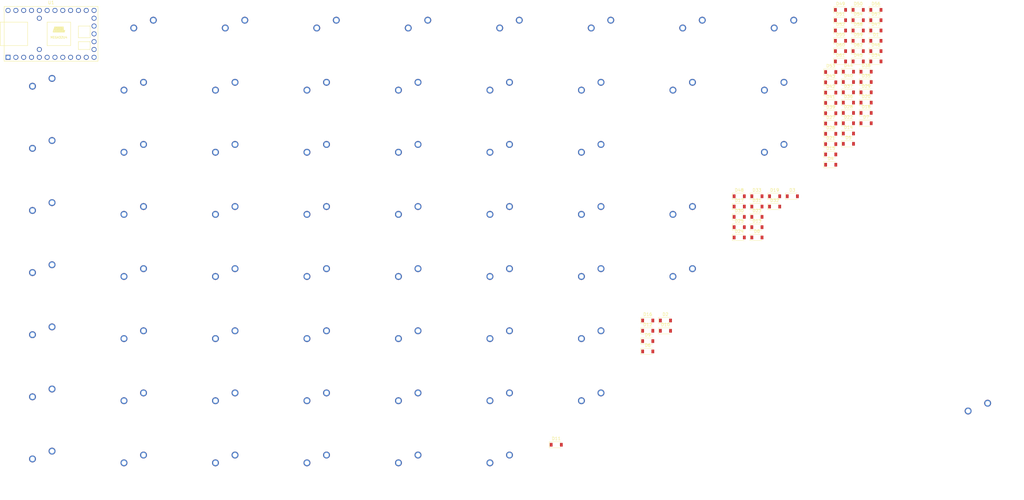
<source format=kicad_pcb>
(kicad_pcb (version 20171130) (host pcbnew "(5.1.4)-1")
  (layers (0 F.Cu signal) (31 B.Cu signal) (34 B.Paste user) (35 F.Paste user) (36 B.SilkS user) (37 F.SilkS user) (38 B.Mask user) (39 F.Mask user) (44 Edge.Cuts user))
  (net 0 "")
  (net 1 "Net-(D1-Pad2)")
  (net 2 "Net-(D1-Pad1)")
  (net 3 "Net-(D2-Pad2)")
  (net 4 "Net-(D3-Pad2)")
  (net 5 "Net-(D4-Pad2)")
  (net 6 "Net-(D5-Pad2)")
  (net 7 "Net-(D6-Pad2)")
  (net 8 "Net-(D10-Pad1)")
  (net 9 "Net-(D7-Pad2)")
  (net 10 "Net-(D8-Pad2)")
  (net 11 "Net-(D9-Pad2)")
  (net 12 "Net-(D10-Pad2)")
  (net 13 "Net-(D11-Pad2)")
  (net 14 "Net-(D11-Pad1)")
  (net 15 "Net-(D12-Pad2)")
  (net 16 "Net-(D13-Pad2)")
  (net 17 "Net-(D14-Pad2)")
  (net 18 "Net-(D15-Pad2)")
  (net 19 "Net-(D16-Pad2)")
  (net 20 "Net-(D16-Pad1)")
  (net 21 "Net-(D17-Pad2)")
  (net 22 "Net-(D18-Pad2)")
  (net 23 "Net-(D19-Pad2)")
  (net 24 "Net-(D20-Pad2)")
  (net 25 "Net-(D20-Pad1)")
  (net 26 "Net-(D21-Pad2)")
  (net 27 "Net-(D22-Pad2)")
  (net 28 "Net-(D23-Pad2)")
  (net 29 "Net-(D24-Pad2)")
  (net 30 "Net-(D24-Pad1)")
  (net 31 "Net-(D25-Pad2)")
  (net 32 "Net-(D26-Pad2)")
  (net 33 "Net-(D27-Pad2)")
  (net 34 "Net-(D28-Pad2)")
  (net 35 "Net-(D28-Pad1)")
  (net 36 "Net-(D29-Pad2)")
  (net 37 "Net-(D30-Pad2)")
  (net 38 "Net-(D31-Pad2)")
  (net 39 "Net-(D32-Pad2)")
  (net 40 "Net-(D33-Pad2)")
  (net 41 "Net-(D33-Pad1)")
  (net 42 "Net-(D34-Pad2)")
  (net 43 "Net-(D35-Pad2)")
  (net 44 "Net-(D36-Pad2)")
  (net 45 "Net-(D37-Pad2)")
  (net 46 "Net-(D37-Pad1)")
  (net 47 "Net-(D38-Pad2)")
  (net 48 "Net-(D39-Pad2)")
  (net 49 "Net-(D40-Pad2)")
  (net 50 "Net-(D41-Pad2)")
  (net 51 "Net-(D41-Pad1)")
  (net 52 "Net-(D42-Pad2)")
  (net 53 "Net-(D43-Pad2)")
  (net 54 "Net-(D44-Pad2)")
  (net 55 "Net-(D45-Pad2)")
  (net 56 "Net-(D45-Pad1)")
  (net 57 "Net-(D46-Pad2)")
  (net 58 "Net-(D47-Pad2)")
  (net 59 "Net-(D48-Pad2)")
  (net 60 "Net-(D49-Pad2)")
  (net 61 "Net-(D50-Pad2)")
  (net 62 "Net-(D50-Pad1)")
  (net 63 "Net-(D51-Pad2)")
  (net 64 "Net-(D52-Pad2)")
  (net 65 "Net-(D53-Pad2)")
  (net 66 "Net-(D54-Pad2)")
  (net 67 "Net-(D55-Pad2)")
  (net 68 "Net-(D55-Pad1)")
  (net 69 "Net-(D56-Pad2)")
  (net 70 "Net-(D57-Pad2)")
  (net 71 "Net-(D58-Pad2)")
  (net 72 "Net-(D59-Pad2)")
  (net 73 "Net-(D60-Pad2)")
  (net 74 "Net-(D60-Pad1)")
  (net 75 "Net-(D61-Pad2)")
  (net 76 "Net-(D62-Pad2)")
  (net 77 "Net-(MX1-Pad2)")
  (net 78 "Net-(MX12-Pad2)")
  (net 79 "Net-(MX13-Pad2)")
  (net 80 "Net-(MX14-Pad2)")
  (net 81 "Net-(MX10-Pad2)")
  (net 82 "Net-(U1-Pad31)")
  (net 83 "Net-(U1-Pad30)")
  (net 84 "Net-(U1-Pad29)")
  (net 85 "Net-(U1-Pad19)")
  (net 86 "Net-(U1-Pad18)")
  (net 87 "Net-(U1-Pad17)")
  (net 88 "Net-(U1-Pad16)")
  (net 89 "Net-(U1-Pad14)")
  (net 90 "Net-(U1-Pad13)")
  (net 91 "Net-(U1-Pad7)")
  (net 92 "Net-(U1-Pad1)")
  (net 93 "Net-(U1-Pad15)")
  (module teensy:Teensy2.0 (layer F.Cu) (at -269.958749 28.015001)
    (fp_text reference U1 (at 0 -10.16) (layer F.SilkS))
    (fp_text value "Teensy2.0_(Arduino)")
    (fp_text user MEGA32U4 (at 2.54 1.143) (layer F.SilkS) (effects (font (size 0.7 0.7))))
    (pad 31 thru_hole circle (at -3.81 -5.08) (size 1.6 1.6) (drill 1.1) (layers *.Cu *.Mask) (net 82 "Net-(U1-Pad31)"))
    (pad 30 thru_hole circle (at -3.81 5.08) (size 1.6 1.6) (drill 1.1) (layers *.Cu *.Mask) (net 83 "Net-(U1-Pad30)"))
    (pad 29 thru_hole circle (at -13.97 -7.62) (size 1.6 1.6) (drill 1.1) (layers *.Cu *.Mask) (net 84 "Net-(U1-Pad29)"))
    (pad 28 thru_hole circle (at -11.43 -7.62) (size 1.6 1.6) (drill 1.1) (layers *.Cu *.Mask) (net 46 "Net-(D37-Pad1)"))
    (pad 27 thru_hole circle (at -8.89 -7.62) (size 1.6 1.6) (drill 1.1) (layers *.Cu *.Mask) (net 41 "Net-(D33-Pad1)"))
    (pad 26 thru_hole circle (at -6.35 -7.62) (size 1.6 1.6) (drill 1.1) (layers *.Cu *.Mask) (net 35 "Net-(D28-Pad1)"))
    (pad 25 thru_hole circle (at -3.81 -7.62) (size 1.6 1.6) (drill 1.1) (layers *.Cu *.Mask) (net 30 "Net-(D24-Pad1)"))
    (pad 24 thru_hole circle (at -1.27 -7.62) (size 1.6 1.6) (drill 1.1) (layers *.Cu *.Mask) (net 25 "Net-(D20-Pad1)"))
    (pad 23 thru_hole circle (at 1.27 -7.62) (size 1.6 1.6) (drill 1.1) (layers *.Cu *.Mask) (net 20 "Net-(D16-Pad1)"))
    (pad 22 thru_hole circle (at 3.81 -7.62) (size 1.6 1.6) (drill 1.1) (layers *.Cu *.Mask) (net 14 "Net-(D11-Pad1)"))
    (pad 21 thru_hole circle (at 6.35 -7.62) (size 1.6 1.6) (drill 1.1) (layers *.Cu *.Mask) (net 8 "Net-(D10-Pad1)"))
    (pad 20 thru_hole circle (at 8.89 -7.62) (size 1.6 1.6) (drill 1.1) (layers *.Cu *.Mask) (net 2 "Net-(D1-Pad1)"))
    (pad 19 thru_hole circle (at 11.43 -7.62) (size 1.6 1.6) (drill 1.1) (layers *.Cu *.Mask) (net 85 "Net-(U1-Pad19)"))
    (pad 18 thru_hole circle (at 13.97 -7.62) (size 1.6 1.6) (drill 1.1) (layers *.Cu *.Mask) (net 86 "Net-(U1-Pad18)"))
    (pad 17 thru_hole circle (at 13.97 -5.08) (size 1.6 1.6) (drill 1.1) (layers *.Cu *.Mask) (net 87 "Net-(U1-Pad17)"))
    (pad 16 thru_hole circle (at 13.97 -2.54) (size 1.6 1.6) (drill 1.1) (layers *.Cu *.Mask) (net 88 "Net-(U1-Pad16)"))
    (pad 14 thru_hole circle (at 13.97 2.54) (size 1.6 1.6) (drill 1.1) (layers *.Cu *.Mask) (net 89 "Net-(U1-Pad14)"))
    (pad 13 thru_hole circle (at 13.97 5.08) (size 1.6 1.6) (drill 1.1) (layers *.Cu *.Mask) (net 90 "Net-(U1-Pad13)"))
    (pad 12 thru_hole circle (at 13.97 7.62) (size 1.6 1.6) (drill 1.1) (layers *.Cu *.Mask) (net 51 "Net-(D41-Pad1)"))
    (pad 11 thru_hole circle (at 11.43 7.62) (size 1.6 1.6) (drill 1.1) (layers *.Cu *.Mask) (net 56 "Net-(D45-Pad1)"))
    (pad 10 thru_hole circle (at 8.89 7.62) (size 1.6 1.6) (drill 1.1) (layers *.Cu *.Mask) (net 62 "Net-(D50-Pad1)"))
    (pad 9 thru_hole circle (at 6.35 7.62) (size 1.6 1.6) (drill 1.1) (layers *.Cu *.Mask) (net 68 "Net-(D55-Pad1)"))
    (pad 8 thru_hole circle (at 3.81 7.62) (size 1.6 1.6) (drill 1.1) (layers *.Cu *.Mask) (net 74 "Net-(D60-Pad1)"))
    (pad 7 thru_hole circle (at 1.27 7.62) (size 1.6 1.6) (drill 1.1) (layers *.Cu *.Mask) (net 91 "Net-(U1-Pad7)"))
    (pad 6 thru_hole circle (at -1.27 7.62) (size 1.6 1.6) (drill 1.1) (layers *.Cu *.Mask) (net 77 "Net-(MX1-Pad2)"))
    (pad 5 thru_hole circle (at -3.81 7.62) (size 1.6 1.6) (drill 1.1) (layers *.Cu *.Mask) (net 78 "Net-(MX12-Pad2)"))
    (pad 4 thru_hole circle (at -6.35 7.62) (size 1.6 1.6) (drill 1.1) (layers *.Cu *.Mask) (net 79 "Net-(MX13-Pad2)"))
    (pad 3 thru_hole circle (at -8.89 7.62) (size 1.6 1.6) (drill 1.1) (layers *.Cu *.Mask) (net 80 "Net-(MX14-Pad2)"))
    (pad 2 thru_hole circle (at -11.43 7.62) (size 1.6 1.6) (drill 1.1) (layers *.Cu *.Mask) (net 81 "Net-(MX10-Pad2)"))
    (pad 1 thru_hole rect (at -13.97 7.62) (size 1.6 1.6) (drill 1.1) (layers *.Cu *.Mask) (net 92 "Net-(U1-Pad1)"))
    (pad 15 thru_hole circle (at 13.97 0) (size 1.6 1.6) (drill 1.1) (layers *.Cu *.Mask) (net 93 "Net-(U1-Pad15)"))
  )
  (module MX_Only:MXOnly-1.5U-NoLED (layer F.Cu) (at -272.181249 67.780001)
    (fp_text reference MX62)
    (fp_text value MX-NoLED)
    (pad 2 thru_hole circle (at 2.54 -5.08) (size 2.25 2.25) (drill 1.47) (layers *.Cu B.Mask) (net 81 "Net-(MX10-Pad2)"))
    (pad "" np_thru_hole circle (at 0 0) (size 3.9878 3.9878) (drill 3.9878) (layers *.Cu *.Mask))
    (pad 1 thru_hole circle (at -3.81 -2.54) (size 2.25 2.25) (drill 1.47) (layers *.Cu B.Mask) (net 76 "Net-(D62-Pad2)"))
    (pad "" np_thru_hole circle (at -5.08 0 48.0996) (size 1.75 1.75) (drill 1.75) (layers *.Cu *.Mask))
    (pad "" np_thru_hole circle (at 5.08 0 48.0996) (size 1.75 1.75) (drill 1.75) (layers *.Cu *.Mask))
  )
  (module MX_Only:MXOnly-1.5U-NoLED (layer F.Cu) (at -242.461249 48.850001)
    (fp_text reference MX61)
    (fp_text value MX-NoLED)
    (pad 2 thru_hole circle (at 2.54 -5.08) (size 2.25 2.25) (drill 1.47) (layers *.Cu B.Mask) (net 78 "Net-(MX12-Pad2)"))
    (pad "" np_thru_hole circle (at 0 0) (size 3.9878 3.9878) (drill 3.9878) (layers *.Cu *.Mask))
    (pad 1 thru_hole circle (at -3.81 -2.54) (size 2.25 2.25) (drill 1.47) (layers *.Cu B.Mask) (net 75 "Net-(D61-Pad2)"))
    (pad "" np_thru_hole circle (at -5.08 0 48.0996) (size 1.75 1.75) (drill 1.75) (layers *.Cu *.Mask))
    (pad "" np_thru_hole circle (at 5.08 0 48.0996) (size 1.75 1.75) (drill 1.75) (layers *.Cu *.Mask))
  )
  (module MX_Only:MXOnly-1.5U-NoLED (layer F.Cu) (at -209.561249 28.650001)
    (fp_text reference MX60)
    (fp_text value MX-NoLED)
    (pad 2 thru_hole circle (at 2.54 -5.08) (size 2.25 2.25) (drill 1.47) (layers *.Cu B.Mask) (net 77 "Net-(MX1-Pad2)"))
    (pad "" np_thru_hole circle (at 0 0) (size 3.9878 3.9878) (drill 3.9878) (layers *.Cu *.Mask))
    (pad 1 thru_hole circle (at -3.81 -2.54) (size 2.25 2.25) (drill 1.47) (layers *.Cu B.Mask) (net 73 "Net-(D60-Pad2)"))
    (pad "" np_thru_hole circle (at -5.08 0 48.0996) (size 1.75 1.75) (drill 1.75) (layers *.Cu *.Mask))
    (pad "" np_thru_hole circle (at 5.08 0 48.0996) (size 1.75 1.75) (drill 1.75) (layers *.Cu *.Mask))
  )
  (module MX_Only:MXOnly-1.5U-NoLED (layer F.Cu) (at -272.181249 87.980001)
    (fp_text reference MX59)
    (fp_text value MX-NoLED)
    (pad 2 thru_hole circle (at 2.54 -5.08) (size 2.25 2.25) (drill 1.47) (layers *.Cu B.Mask) (net 81 "Net-(MX10-Pad2)"))
    (pad "" np_thru_hole circle (at 0 0) (size 3.9878 3.9878) (drill 3.9878) (layers *.Cu *.Mask))
    (pad 1 thru_hole circle (at -3.81 -2.54) (size 2.25 2.25) (drill 1.47) (layers *.Cu B.Mask) (net 72 "Net-(D59-Pad2)"))
    (pad "" np_thru_hole circle (at -5.08 0 48.0996) (size 1.75 1.75) (drill 1.75) (layers *.Cu *.Mask))
    (pad "" np_thru_hole circle (at 5.08 0 48.0996) (size 1.75 1.75) (drill 1.75) (layers *.Cu *.Mask))
  )
  (module MX_Only:MXOnly-1.5U-NoLED (layer F.Cu) (at -242.461249 69.050001)
    (fp_text reference MX58)
    (fp_text value MX-NoLED)
    (pad 2 thru_hole circle (at 2.54 -5.08) (size 2.25 2.25) (drill 1.47) (layers *.Cu B.Mask) (net 80 "Net-(MX14-Pad2)"))
    (pad "" np_thru_hole circle (at 0 0) (size 3.9878 3.9878) (drill 3.9878) (layers *.Cu *.Mask))
    (pad 1 thru_hole circle (at -3.81 -2.54) (size 2.25 2.25) (drill 1.47) (layers *.Cu B.Mask) (net 71 "Net-(D58-Pad2)"))
    (pad "" np_thru_hole circle (at -5.08 0 48.0996) (size 1.75 1.75) (drill 1.75) (layers *.Cu *.Mask))
    (pad "" np_thru_hole circle (at 5.08 0 48.0996) (size 1.75 1.75) (drill 1.75) (layers *.Cu *.Mask))
  )
  (module MX_Only:MXOnly-1.5U-NoLED (layer F.Cu) (at -212.741249 48.850001)
    (fp_text reference MX57)
    (fp_text value MX-NoLED)
    (pad 2 thru_hole circle (at 2.54 -5.08) (size 2.25 2.25) (drill 1.47) (layers *.Cu B.Mask) (net 79 "Net-(MX13-Pad2)"))
    (pad "" np_thru_hole circle (at 0 0) (size 3.9878 3.9878) (drill 3.9878) (layers *.Cu *.Mask))
    (pad 1 thru_hole circle (at -3.81 -2.54) (size 2.25 2.25) (drill 1.47) (layers *.Cu B.Mask) (net 70 "Net-(D57-Pad2)"))
    (pad "" np_thru_hole circle (at -5.08 0 48.0996) (size 1.75 1.75) (drill 1.75) (layers *.Cu *.Mask))
    (pad "" np_thru_hole circle (at 5.08 0 48.0996) (size 1.75 1.75) (drill 1.75) (layers *.Cu *.Mask))
  )
  (module MX_Only:MXOnly-1.5U-NoLED (layer F.Cu) (at -272.181249 108.180001)
    (fp_text reference MX56)
    (fp_text value MX-NoLED)
    (pad 2 thru_hole circle (at 2.54 -5.08) (size 2.25 2.25) (drill 1.47) (layers *.Cu B.Mask) (net 78 "Net-(MX12-Pad2)"))
    (pad "" np_thru_hole circle (at 0 0) (size 3.9878 3.9878) (drill 3.9878) (layers *.Cu *.Mask))
    (pad 1 thru_hole circle (at -3.81 -2.54) (size 2.25 2.25) (drill 1.47) (layers *.Cu B.Mask) (net 69 "Net-(D56-Pad2)"))
    (pad "" np_thru_hole circle (at -5.08 0 48.0996) (size 1.75 1.75) (drill 1.75) (layers *.Cu *.Mask))
    (pad "" np_thru_hole circle (at 5.08 0 48.0996) (size 1.75 1.75) (drill 1.75) (layers *.Cu *.Mask))
  )
  (module MX_Only:MXOnly-1.5U-NoLED (layer F.Cu) (at -179.841249 28.650001)
    (fp_text reference MX55)
    (fp_text value MX-NoLED)
    (pad 2 thru_hole circle (at 2.54 -5.08) (size 2.25 2.25) (drill 1.47) (layers *.Cu B.Mask) (net 77 "Net-(MX1-Pad2)"))
    (pad "" np_thru_hole circle (at 0 0) (size 3.9878 3.9878) (drill 3.9878) (layers *.Cu *.Mask))
    (pad 1 thru_hole circle (at -3.81 -2.54) (size 2.25 2.25) (drill 1.47) (layers *.Cu B.Mask) (net 67 "Net-(D55-Pad2)"))
    (pad "" np_thru_hole circle (at -5.08 0 48.0996) (size 1.75 1.75) (drill 1.75) (layers *.Cu *.Mask))
    (pad "" np_thru_hole circle (at 5.08 0 48.0996) (size 1.75 1.75) (drill 1.75) (layers *.Cu *.Mask))
  )
  (module MX_Only:MXOnly-1.5U-NoLED (layer F.Cu) (at -242.461249 89.250001)
    (fp_text reference MX54)
    (fp_text value MX-NoLED)
    (pad 2 thru_hole circle (at 2.54 -5.08) (size 2.25 2.25) (drill 1.47) (layers *.Cu B.Mask) (net 81 "Net-(MX10-Pad2)"))
    (pad "" np_thru_hole circle (at 0 0) (size 3.9878 3.9878) (drill 3.9878) (layers *.Cu *.Mask))
    (pad 1 thru_hole circle (at -3.81 -2.54) (size 2.25 2.25) (drill 1.47) (layers *.Cu B.Mask) (net 66 "Net-(D54-Pad2)"))
    (pad "" np_thru_hole circle (at -5.08 0 48.0996) (size 1.75 1.75) (drill 1.75) (layers *.Cu *.Mask))
    (pad "" np_thru_hole circle (at 5.08 0 48.0996) (size 1.75 1.75) (drill 1.75) (layers *.Cu *.Mask))
  )
  (module MX_Only:MXOnly-1.5U-NoLED (layer F.Cu) (at -212.741249 69.050001)
    (fp_text reference MX53)
    (fp_text value MX-NoLED)
    (pad 2 thru_hole circle (at 2.54 -5.08) (size 2.25 2.25) (drill 1.47) (layers *.Cu B.Mask) (net 80 "Net-(MX14-Pad2)"))
    (pad "" np_thru_hole circle (at 0 0) (size 3.9878 3.9878) (drill 3.9878) (layers *.Cu *.Mask))
    (pad 1 thru_hole circle (at -3.81 -2.54) (size 2.25 2.25) (drill 1.47) (layers *.Cu B.Mask) (net 65 "Net-(D53-Pad2)"))
    (pad "" np_thru_hole circle (at -5.08 0 48.0996) (size 1.75 1.75) (drill 1.75) (layers *.Cu *.Mask))
    (pad "" np_thru_hole circle (at 5.08 0 48.0996) (size 1.75 1.75) (drill 1.75) (layers *.Cu *.Mask))
  )
  (module MX_Only:MXOnly-1.5U-NoLED (layer F.Cu) (at -272.181249 128.380001)
    (fp_text reference MX52)
    (fp_text value MX-NoLED)
    (pad 2 thru_hole circle (at 2.54 -5.08) (size 2.25 2.25) (drill 1.47) (layers *.Cu B.Mask) (net 79 "Net-(MX13-Pad2)"))
    (pad "" np_thru_hole circle (at 0 0) (size 3.9878 3.9878) (drill 3.9878) (layers *.Cu *.Mask))
    (pad 1 thru_hole circle (at -3.81 -2.54) (size 2.25 2.25) (drill 1.47) (layers *.Cu B.Mask) (net 64 "Net-(D52-Pad2)"))
    (pad "" np_thru_hole circle (at -5.08 0 48.0996) (size 1.75 1.75) (drill 1.75) (layers *.Cu *.Mask))
    (pad "" np_thru_hole circle (at 5.08 0 48.0996) (size 1.75 1.75) (drill 1.75) (layers *.Cu *.Mask))
  )
  (module MX_Only:MXOnly-1.5U-NoLED (layer F.Cu) (at -183.021249 48.850001)
    (fp_text reference MX51)
    (fp_text value MX-NoLED)
    (pad 2 thru_hole circle (at 2.54 -5.08) (size 2.25 2.25) (drill 1.47) (layers *.Cu B.Mask) (net 78 "Net-(MX12-Pad2)"))
    (pad "" np_thru_hole circle (at 0 0) (size 3.9878 3.9878) (drill 3.9878) (layers *.Cu *.Mask))
    (pad 1 thru_hole circle (at -3.81 -2.54) (size 2.25 2.25) (drill 1.47) (layers *.Cu B.Mask) (net 63 "Net-(D51-Pad2)"))
    (pad "" np_thru_hole circle (at -5.08 0 48.0996) (size 1.75 1.75) (drill 1.75) (layers *.Cu *.Mask))
    (pad "" np_thru_hole circle (at 5.08 0 48.0996) (size 1.75 1.75) (drill 1.75) (layers *.Cu *.Mask))
  )
  (module MX_Only:MXOnly-1.5U-NoLED (layer F.Cu) (at -242.461249 109.450001)
    (fp_text reference MX50)
    (fp_text value MX-NoLED)
    (pad 2 thru_hole circle (at 2.54 -5.08) (size 2.25 2.25) (drill 1.47) (layers *.Cu B.Mask) (net 77 "Net-(MX1-Pad2)"))
    (pad "" np_thru_hole circle (at 0 0) (size 3.9878 3.9878) (drill 3.9878) (layers *.Cu *.Mask))
    (pad 1 thru_hole circle (at -3.81 -2.54) (size 2.25 2.25) (drill 1.47) (layers *.Cu B.Mask) (net 61 "Net-(D50-Pad2)"))
    (pad "" np_thru_hole circle (at -5.08 0 48.0996) (size 1.75 1.75) (drill 1.75) (layers *.Cu *.Mask))
    (pad "" np_thru_hole circle (at 5.08 0 48.0996) (size 1.75 1.75) (drill 1.75) (layers *.Cu *.Mask))
  )
  (module MX_Only:MXOnly-1.5U-NoLED (layer F.Cu) (at -272.181249 47.580001)
    (fp_text reference MX49)
    (fp_text value MX-NoLED)
    (pad 2 thru_hole circle (at 2.54 -5.08) (size 2.25 2.25) (drill 1.47) (layers *.Cu B.Mask) (net 81 "Net-(MX10-Pad2)"))
    (pad "" np_thru_hole circle (at 0 0) (size 3.9878 3.9878) (drill 3.9878) (layers *.Cu *.Mask))
    (pad 1 thru_hole circle (at -3.81 -2.54) (size 2.25 2.25) (drill 1.47) (layers *.Cu B.Mask) (net 60 "Net-(D49-Pad2)"))
    (pad "" np_thru_hole circle (at -5.08 0 48.0996) (size 1.75 1.75) (drill 1.75) (layers *.Cu *.Mask))
    (pad "" np_thru_hole circle (at 5.08 0 48.0996) (size 1.75 1.75) (drill 1.75) (layers *.Cu *.Mask))
  )
  (module MX_Only:MXOnly-1.5U-NoLED (layer F.Cu) (at -239.281249 28.650001)
    (fp_text reference MX48)
    (fp_text value MX-NoLED)
    (pad 2 thru_hole circle (at 2.54 -5.08) (size 2.25 2.25) (drill 1.47) (layers *.Cu B.Mask) (net 80 "Net-(MX14-Pad2)"))
    (pad "" np_thru_hole circle (at 0 0) (size 3.9878 3.9878) (drill 3.9878) (layers *.Cu *.Mask))
    (pad 1 thru_hole circle (at -3.81 -2.54) (size 2.25 2.25) (drill 1.47) (layers *.Cu B.Mask) (net 59 "Net-(D48-Pad2)"))
    (pad "" np_thru_hole circle (at -5.08 0 48.0996) (size 1.75 1.75) (drill 1.75) (layers *.Cu *.Mask))
    (pad "" np_thru_hole circle (at 5.08 0 48.0996) (size 1.75 1.75) (drill 1.75) (layers *.Cu *.Mask))
  )
  (module MX_Only:MXOnly-1.5U-NoLED (layer F.Cu) (at -212.741249 89.250001)
    (fp_text reference MX47)
    (fp_text value MX-NoLED)
    (pad 2 thru_hole circle (at 2.54 -5.08) (size 2.25 2.25) (drill 1.47) (layers *.Cu B.Mask) (net 79 "Net-(MX13-Pad2)"))
    (pad "" np_thru_hole circle (at 0 0) (size 3.9878 3.9878) (drill 3.9878) (layers *.Cu *.Mask))
    (pad 1 thru_hole circle (at -3.81 -2.54) (size 2.25 2.25) (drill 1.47) (layers *.Cu B.Mask) (net 58 "Net-(D47-Pad2)"))
    (pad "" np_thru_hole circle (at -5.08 0 48.0996) (size 1.75 1.75) (drill 1.75) (layers *.Cu *.Mask))
    (pad "" np_thru_hole circle (at 5.08 0 48.0996) (size 1.75 1.75) (drill 1.75) (layers *.Cu *.Mask))
  )
  (module MX_Only:MXOnly-1.5U-NoLED (layer F.Cu) (at -183.021249 69.050001)
    (fp_text reference MX46)
    (fp_text value MX-NoLED)
    (pad 2 thru_hole circle (at 2.54 -5.08) (size 2.25 2.25) (drill 1.47) (layers *.Cu B.Mask) (net 78 "Net-(MX12-Pad2)"))
    (pad "" np_thru_hole circle (at 0 0) (size 3.9878 3.9878) (drill 3.9878) (layers *.Cu *.Mask))
    (pad 1 thru_hole circle (at -3.81 -2.54) (size 2.25 2.25) (drill 1.47) (layers *.Cu B.Mask) (net 57 "Net-(D46-Pad2)"))
    (pad "" np_thru_hole circle (at -5.08 0 48.0996) (size 1.75 1.75) (drill 1.75) (layers *.Cu *.Mask))
    (pad "" np_thru_hole circle (at 5.08 0 48.0996) (size 1.75 1.75) (drill 1.75) (layers *.Cu *.Mask))
  )
  (module MX_Only:MXOnly-1.5U-NoLED (layer F.Cu) (at -153.301249 48.850001)
    (fp_text reference MX45)
    (fp_text value MX-NoLED)
    (pad 2 thru_hole circle (at 2.54 -5.08) (size 2.25 2.25) (drill 1.47) (layers *.Cu B.Mask) (net 77 "Net-(MX1-Pad2)"))
    (pad "" np_thru_hole circle (at 0 0) (size 3.9878 3.9878) (drill 3.9878) (layers *.Cu *.Mask))
    (pad 1 thru_hole circle (at -3.81 -2.54) (size 2.25 2.25) (drill 1.47) (layers *.Cu B.Mask) (net 55 "Net-(D45-Pad2)"))
    (pad "" np_thru_hole circle (at -5.08 0 48.0996) (size 1.75 1.75) (drill 1.75) (layers *.Cu *.Mask))
    (pad "" np_thru_hole circle (at 5.08 0 48.0996) (size 1.75 1.75) (drill 1.75) (layers *.Cu *.Mask))
  )
  (module MX_Only:MXOnly-1.5U-NoLED (layer F.Cu) (at -242.461249 129.650001)
    (fp_text reference MX44)
    (fp_text value MX-NoLED)
    (pad 2 thru_hole circle (at 2.54 -5.08) (size 2.25 2.25) (drill 1.47) (layers *.Cu B.Mask) (net 80 "Net-(MX14-Pad2)"))
    (pad "" np_thru_hole circle (at 0 0) (size 3.9878 3.9878) (drill 3.9878) (layers *.Cu *.Mask))
    (pad 1 thru_hole circle (at -3.81 -2.54) (size 2.25 2.25) (drill 1.47) (layers *.Cu B.Mask) (net 54 "Net-(D44-Pad2)"))
    (pad "" np_thru_hole circle (at -5.08 0 48.0996) (size 1.75 1.75) (drill 1.75) (layers *.Cu *.Mask))
    (pad "" np_thru_hole circle (at 5.08 0 48.0996) (size 1.75 1.75) (drill 1.75) (layers *.Cu *.Mask))
  )
  (module MX_Only:MXOnly-1.5U-NoLED (layer F.Cu) (at -212.741249 109.450001)
    (fp_text reference MX43)
    (fp_text value MX-NoLED)
    (pad 2 thru_hole circle (at 2.54 -5.08) (size 2.25 2.25) (drill 1.47) (layers *.Cu B.Mask) (net 79 "Net-(MX13-Pad2)"))
    (pad "" np_thru_hole circle (at 0 0) (size 3.9878 3.9878) (drill 3.9878) (layers *.Cu *.Mask))
    (pad 1 thru_hole circle (at -3.81 -2.54) (size 2.25 2.25) (drill 1.47) (layers *.Cu B.Mask) (net 53 "Net-(D43-Pad2)"))
    (pad "" np_thru_hole circle (at -5.08 0 48.0996) (size 1.75 1.75) (drill 1.75) (layers *.Cu *.Mask))
    (pad "" np_thru_hole circle (at 5.08 0 48.0996) (size 1.75 1.75) (drill 1.75) (layers *.Cu *.Mask))
  )
  (module MX_Only:MXOnly-1.5U-NoLED (layer F.Cu) (at -272.181249 168.780001)
    (fp_text reference MX42)
    (fp_text value MX-NoLED)
    (pad 2 thru_hole circle (at 2.54 -5.08) (size 2.25 2.25) (drill 1.47) (layers *.Cu B.Mask) (net 78 "Net-(MX12-Pad2)"))
    (pad "" np_thru_hole circle (at 0 0) (size 3.9878 3.9878) (drill 3.9878) (layers *.Cu *.Mask))
    (pad 1 thru_hole circle (at -3.81 -2.54) (size 2.25 2.25) (drill 1.47) (layers *.Cu B.Mask) (net 52 "Net-(D42-Pad2)"))
    (pad "" np_thru_hole circle (at -5.08 0 48.0996) (size 1.75 1.75) (drill 1.75) (layers *.Cu *.Mask))
    (pad "" np_thru_hole circle (at 5.08 0 48.0996) (size 1.75 1.75) (drill 1.75) (layers *.Cu *.Mask))
  )
  (module MX_Only:MXOnly-1.5U-NoLED (layer F.Cu) (at -120.401249 28.650001)
    (fp_text reference MX41)
    (fp_text value MX-NoLED)
    (pad 2 thru_hole circle (at 2.54 -5.08) (size 2.25 2.25) (drill 1.47) (layers *.Cu B.Mask) (net 77 "Net-(MX1-Pad2)"))
    (pad "" np_thru_hole circle (at 0 0) (size 3.9878 3.9878) (drill 3.9878) (layers *.Cu *.Mask))
    (pad 1 thru_hole circle (at -3.81 -2.54) (size 2.25 2.25) (drill 1.47) (layers *.Cu B.Mask) (net 50 "Net-(D41-Pad2)"))
    (pad "" np_thru_hole circle (at -5.08 0 48.0996) (size 1.75 1.75) (drill 1.75) (layers *.Cu *.Mask))
    (pad "" np_thru_hole circle (at 5.08 0 48.0996) (size 1.75 1.75) (drill 1.75) (layers *.Cu *.Mask))
  )
  (module MX_Only:MXOnly-1.5U-NoLED (layer F.Cu) (at -242.461249 149.850001)
    (fp_text reference MX40)
    (fp_text value MX-NoLED)
    (pad 2 thru_hole circle (at 2.54 -5.08) (size 2.25 2.25) (drill 1.47) (layers *.Cu B.Mask) (net 80 "Net-(MX14-Pad2)"))
    (pad "" np_thru_hole circle (at 0 0) (size 3.9878 3.9878) (drill 3.9878) (layers *.Cu *.Mask))
    (pad 1 thru_hole circle (at -3.81 -2.54) (size 2.25 2.25) (drill 1.47) (layers *.Cu B.Mask) (net 49 "Net-(D40-Pad2)"))
    (pad "" np_thru_hole circle (at -5.08 0 48.0996) (size 1.75 1.75) (drill 1.75) (layers *.Cu *.Mask))
    (pad "" np_thru_hole circle (at 5.08 0 48.0996) (size 1.75 1.75) (drill 1.75) (layers *.Cu *.Mask))
  )
  (module MX_Only:MXOnly-1.5U-NoLED (layer F.Cu) (at -183.021249 89.250001)
    (fp_text reference MX39)
    (fp_text value MX-NoLED)
    (pad 2 thru_hole circle (at 2.54 -5.08) (size 2.25 2.25) (drill 1.47) (layers *.Cu B.Mask) (net 79 "Net-(MX13-Pad2)"))
    (pad "" np_thru_hole circle (at 0 0) (size 3.9878 3.9878) (drill 3.9878) (layers *.Cu *.Mask))
    (pad 1 thru_hole circle (at -3.81 -2.54) (size 2.25 2.25) (drill 1.47) (layers *.Cu B.Mask) (net 48 "Net-(D39-Pad2)"))
    (pad "" np_thru_hole circle (at -5.08 0 48.0996) (size 1.75 1.75) (drill 1.75) (layers *.Cu *.Mask))
    (pad "" np_thru_hole circle (at 5.08 0 48.0996) (size 1.75 1.75) (drill 1.75) (layers *.Cu *.Mask))
  )
  (module MX_Only:MXOnly-1.5U-NoLED (layer F.Cu) (at -153.301249 69.050001)
    (fp_text reference MX38)
    (fp_text value MX-NoLED)
    (pad 2 thru_hole circle (at 2.54 -5.08) (size 2.25 2.25) (drill 1.47) (layers *.Cu B.Mask) (net 78 "Net-(MX12-Pad2)"))
    (pad "" np_thru_hole circle (at 0 0) (size 3.9878 3.9878) (drill 3.9878) (layers *.Cu *.Mask))
    (pad 1 thru_hole circle (at -3.81 -2.54) (size 2.25 2.25) (drill 1.47) (layers *.Cu B.Mask) (net 47 "Net-(D38-Pad2)"))
    (pad "" np_thru_hole circle (at -5.08 0 48.0996) (size 1.75 1.75) (drill 1.75) (layers *.Cu *.Mask))
    (pad "" np_thru_hole circle (at 5.08 0 48.0996) (size 1.75 1.75) (drill 1.75) (layers *.Cu *.Mask))
  )
  (module MX_Only:MXOnly-1.5U-NoLED (layer F.Cu) (at -123.581249 48.850001)
    (fp_text reference MX37)
    (fp_text value MX-NoLED)
    (pad 2 thru_hole circle (at 2.54 -5.08) (size 2.25 2.25) (drill 1.47) (layers *.Cu B.Mask) (net 77 "Net-(MX1-Pad2)"))
    (pad "" np_thru_hole circle (at 0 0) (size 3.9878 3.9878) (drill 3.9878) (layers *.Cu *.Mask))
    (pad 1 thru_hole circle (at -3.81 -2.54) (size 2.25 2.25) (drill 1.47) (layers *.Cu B.Mask) (net 45 "Net-(D37-Pad2)"))
    (pad "" np_thru_hole circle (at -5.08 0 48.0996) (size 1.75 1.75) (drill 1.75) (layers *.Cu *.Mask))
    (pad "" np_thru_hole circle (at 5.08 0 48.0996) (size 1.75 1.75) (drill 1.75) (layers *.Cu *.Mask))
  )
  (module MX_Only:MXOnly-1.5U-NoLED (layer F.Cu) (at -212.741249 129.650001)
    (fp_text reference MX36)
    (fp_text value MX-NoLED)
    (pad 2 thru_hole circle (at 2.54 -5.08) (size 2.25 2.25) (drill 1.47) (layers *.Cu B.Mask) (net 80 "Net-(MX14-Pad2)"))
    (pad "" np_thru_hole circle (at 0 0) (size 3.9878 3.9878) (drill 3.9878) (layers *.Cu *.Mask))
    (pad 1 thru_hole circle (at -3.81 -2.54) (size 2.25 2.25) (drill 1.47) (layers *.Cu B.Mask) (net 44 "Net-(D36-Pad2)"))
    (pad "" np_thru_hole circle (at -5.08 0 48.0996) (size 1.75 1.75) (drill 1.75) (layers *.Cu *.Mask))
    (pad "" np_thru_hole circle (at 5.08 0 48.0996) (size 1.75 1.75) (drill 1.75) (layers *.Cu *.Mask))
  )
  (module MX_Only:MXOnly-1.5U-NoLED (layer F.Cu) (at -183.021249 109.450001)
    (fp_text reference MX35)
    (fp_text value MX-NoLED)
    (pad 2 thru_hole circle (at 2.54 -5.08) (size 2.25 2.25) (drill 1.47) (layers *.Cu B.Mask) (net 79 "Net-(MX13-Pad2)"))
    (pad "" np_thru_hole circle (at 0 0) (size 3.9878 3.9878) (drill 3.9878) (layers *.Cu *.Mask))
    (pad 1 thru_hole circle (at -3.81 -2.54) (size 2.25 2.25) (drill 1.47) (layers *.Cu B.Mask) (net 43 "Net-(D35-Pad2)"))
    (pad "" np_thru_hole circle (at -5.08 0 48.0996) (size 1.75 1.75) (drill 1.75) (layers *.Cu *.Mask))
    (pad "" np_thru_hole circle (at 5.08 0 48.0996) (size 1.75 1.75) (drill 1.75) (layers *.Cu *.Mask))
  )
  (module MX_Only:MXOnly-1.5U-NoLED (layer F.Cu) (at -242.461249 170.050001)
    (fp_text reference MX34)
    (fp_text value MX-NoLED)
    (pad 2 thru_hole circle (at 2.54 -5.08) (size 2.25 2.25) (drill 1.47) (layers *.Cu B.Mask) (net 78 "Net-(MX12-Pad2)"))
    (pad "" np_thru_hole circle (at 0 0) (size 3.9878 3.9878) (drill 3.9878) (layers *.Cu *.Mask))
    (pad 1 thru_hole circle (at -3.81 -2.54) (size 2.25 2.25) (drill 1.47) (layers *.Cu B.Mask) (net 42 "Net-(D34-Pad2)"))
    (pad "" np_thru_hole circle (at -5.08 0 48.0996) (size 1.75 1.75) (drill 1.75) (layers *.Cu *.Mask))
    (pad "" np_thru_hole circle (at 5.08 0 48.0996) (size 1.75 1.75) (drill 1.75) (layers *.Cu *.Mask))
  )
  (module MX_Only:MXOnly-1.5U-NoLED (layer F.Cu) (at -31.241249 28.650001)
    (fp_text reference MX33)
    (fp_text value MX-NoLED)
    (pad 2 thru_hole circle (at 2.54 -5.08) (size 2.25 2.25) (drill 1.47) (layers *.Cu B.Mask) (net 77 "Net-(MX1-Pad2)"))
    (pad "" np_thru_hole circle (at 0 0) (size 3.9878 3.9878) (drill 3.9878) (layers *.Cu *.Mask))
    (pad 1 thru_hole circle (at -3.81 -2.54) (size 2.25 2.25) (drill 1.47) (layers *.Cu B.Mask) (net 40 "Net-(D33-Pad2)"))
    (pad "" np_thru_hole circle (at -5.08 0 48.0996) (size 1.75 1.75) (drill 1.75) (layers *.Cu *.Mask))
    (pad "" np_thru_hole circle (at 5.08 0 48.0996) (size 1.75 1.75) (drill 1.75) (layers *.Cu *.Mask))
  )
  (module MX_Only:MXOnly-1.5U-NoLED (layer F.Cu) (at -150.121249 28.650001)
    (fp_text reference MX32)
    (fp_text value MX-NoLED)
    (pad 2 thru_hole circle (at 2.54 -5.08) (size 2.25 2.25) (drill 1.47) (layers *.Cu B.Mask) (net 81 "Net-(MX10-Pad2)"))
    (pad "" np_thru_hole circle (at 0 0) (size 3.9878 3.9878) (drill 3.9878) (layers *.Cu *.Mask))
    (pad 1 thru_hole circle (at -3.81 -2.54) (size 2.25 2.25) (drill 1.47) (layers *.Cu B.Mask) (net 39 "Net-(D32-Pad2)"))
    (pad "" np_thru_hole circle (at -5.08 0 48.0996) (size 1.75 1.75) (drill 1.75) (layers *.Cu *.Mask))
    (pad "" np_thru_hole circle (at 5.08 0 48.0996) (size 1.75 1.75) (drill 1.75) (layers *.Cu *.Mask))
  )
  (module MX_Only:MXOnly-1.5U-NoLED (layer F.Cu) (at -123.581249 69.050001)
    (fp_text reference MX31)
    (fp_text value MX-NoLED)
    (pad 2 thru_hole circle (at 2.54 -5.08) (size 2.25 2.25) (drill 1.47) (layers *.Cu B.Mask) (net 80 "Net-(MX14-Pad2)"))
    (pad "" np_thru_hole circle (at 0 0) (size 3.9878 3.9878) (drill 3.9878) (layers *.Cu *.Mask))
    (pad 1 thru_hole circle (at -3.81 -2.54) (size 2.25 2.25) (drill 1.47) (layers *.Cu B.Mask) (net 38 "Net-(D31-Pad2)"))
    (pad "" np_thru_hole circle (at -5.08 0 48.0996) (size 1.75 1.75) (drill 1.75) (layers *.Cu *.Mask))
    (pad "" np_thru_hole circle (at 5.08 0 48.0996) (size 1.75 1.75) (drill 1.75) (layers *.Cu *.Mask))
  )
  (module MX_Only:MXOnly-1.5U-NoLED (layer F.Cu) (at -93.861249 48.850001)
    (fp_text reference MX30)
    (fp_text value MX-NoLED)
    (pad 2 thru_hole circle (at 2.54 -5.08) (size 2.25 2.25) (drill 1.47) (layers *.Cu B.Mask) (net 79 "Net-(MX13-Pad2)"))
    (pad "" np_thru_hole circle (at 0 0) (size 3.9878 3.9878) (drill 3.9878) (layers *.Cu *.Mask))
    (pad 1 thru_hole circle (at -3.81 -2.54) (size 2.25 2.25) (drill 1.47) (layers *.Cu B.Mask) (net 37 "Net-(D30-Pad2)"))
    (pad "" np_thru_hole circle (at -5.08 0 48.0996) (size 1.75 1.75) (drill 1.75) (layers *.Cu *.Mask))
    (pad "" np_thru_hole circle (at 5.08 0 48.0996) (size 1.75 1.75) (drill 1.75) (layers *.Cu *.Mask))
  )
  (module MX_Only:MXOnly-1.5U-NoLED (layer F.Cu) (at -183.021249 129.650001)
    (fp_text reference MX29)
    (fp_text value MX-NoLED)
    (pad 2 thru_hole circle (at 2.54 -5.08) (size 2.25 2.25) (drill 1.47) (layers *.Cu B.Mask) (net 78 "Net-(MX12-Pad2)"))
    (pad "" np_thru_hole circle (at 0 0) (size 3.9878 3.9878) (drill 3.9878) (layers *.Cu *.Mask))
    (pad 1 thru_hole circle (at -3.81 -2.54) (size 2.25 2.25) (drill 1.47) (layers *.Cu B.Mask) (net 36 "Net-(D29-Pad2)"))
    (pad "" np_thru_hole circle (at -5.08 0 48.0996) (size 1.75 1.75) (drill 1.75) (layers *.Cu *.Mask))
    (pad "" np_thru_hole circle (at 5.08 0 48.0996) (size 1.75 1.75) (drill 1.75) (layers *.Cu *.Mask))
  )
  (module MX_Only:MXOnly-1.5U-NoLED (layer F.Cu) (at -153.301249 109.450001)
    (fp_text reference MX28)
    (fp_text value MX-NoLED)
    (pad 2 thru_hole circle (at 2.54 -5.08) (size 2.25 2.25) (drill 1.47) (layers *.Cu B.Mask) (net 77 "Net-(MX1-Pad2)"))
    (pad "" np_thru_hole circle (at 0 0) (size 3.9878 3.9878) (drill 3.9878) (layers *.Cu *.Mask))
    (pad 1 thru_hole circle (at -3.81 -2.54) (size 2.25 2.25) (drill 1.47) (layers *.Cu B.Mask) (net 34 "Net-(D28-Pad2)"))
    (pad "" np_thru_hole circle (at -5.08 0 48.0996) (size 1.75 1.75) (drill 1.75) (layers *.Cu *.Mask))
    (pad "" np_thru_hole circle (at 5.08 0 48.0996) (size 1.75 1.75) (drill 1.75) (layers *.Cu *.Mask))
  )
  (module MX_Only:MXOnly-1.5U-NoLED (layer F.Cu) (at -212.741249 170.050001)
    (fp_text reference MX27)
    (fp_text value MX-NoLED)
    (pad 2 thru_hole circle (at 2.54 -5.08) (size 2.25 2.25) (drill 1.47) (layers *.Cu B.Mask) (net 80 "Net-(MX14-Pad2)"))
    (pad "" np_thru_hole circle (at 0 0) (size 3.9878 3.9878) (drill 3.9878) (layers *.Cu *.Mask))
    (pad 1 thru_hole circle (at -3.81 -2.54) (size 2.25 2.25) (drill 1.47) (layers *.Cu B.Mask) (net 33 "Net-(D27-Pad2)"))
    (pad "" np_thru_hole circle (at -5.08 0 48.0996) (size 1.75 1.75) (drill 1.75) (layers *.Cu *.Mask))
    (pad "" np_thru_hole circle (at 5.08 0 48.0996) (size 1.75 1.75) (drill 1.75) (layers *.Cu *.Mask))
  )
  (module MX_Only:MXOnly-1.5U-NoLED (layer F.Cu) (at -60.961249 28.650001)
    (fp_text reference MX26)
    (fp_text value MX-NoLED)
    (pad 2 thru_hole circle (at 2.54 -5.08) (size 2.25 2.25) (drill 1.47) (layers *.Cu B.Mask) (net 79 "Net-(MX13-Pad2)"))
    (pad "" np_thru_hole circle (at 0 0) (size 3.9878 3.9878) (drill 3.9878) (layers *.Cu *.Mask))
    (pad 1 thru_hole circle (at -3.81 -2.54) (size 2.25 2.25) (drill 1.47) (layers *.Cu B.Mask) (net 32 "Net-(D26-Pad2)"))
    (pad "" np_thru_hole circle (at -5.08 0 48.0996) (size 1.75 1.75) (drill 1.75) (layers *.Cu *.Mask))
    (pad "" np_thru_hole circle (at 5.08 0 48.0996) (size 1.75 1.75) (drill 1.75) (layers *.Cu *.Mask))
  )
  (module MX_Only:MXOnly-1.5U-NoLED (layer F.Cu) (at -183.021249 149.850001)
    (fp_text reference MX25)
    (fp_text value MX-NoLED)
    (pad 2 thru_hole circle (at 2.54 -5.08) (size 2.25 2.25) (drill 1.47) (layers *.Cu B.Mask) (net 78 "Net-(MX12-Pad2)"))
    (pad "" np_thru_hole circle (at 0 0) (size 3.9878 3.9878) (drill 3.9878) (layers *.Cu *.Mask))
    (pad 1 thru_hole circle (at -3.81 -2.54) (size 2.25 2.25) (drill 1.47) (layers *.Cu B.Mask) (net 31 "Net-(D25-Pad2)"))
    (pad "" np_thru_hole circle (at -5.08 0 48.0996) (size 1.75 1.75) (drill 1.75) (layers *.Cu *.Mask))
    (pad "" np_thru_hole circle (at 5.08 0 48.0996) (size 1.75 1.75) (drill 1.75) (layers *.Cu *.Mask))
  )
  (module MX_Only:MXOnly-1.5U-NoLED (layer F.Cu) (at -123.581249 89.250001)
    (fp_text reference MX24)
    (fp_text value MX-NoLED)
    (pad 2 thru_hole circle (at 2.54 -5.08) (size 2.25 2.25) (drill 1.47) (layers *.Cu B.Mask) (net 77 "Net-(MX1-Pad2)"))
    (pad "" np_thru_hole circle (at 0 0) (size 3.9878 3.9878) (drill 3.9878) (layers *.Cu *.Mask))
    (pad 1 thru_hole circle (at -3.81 -2.54) (size 2.25 2.25) (drill 1.47) (layers *.Cu B.Mask) (net 29 "Net-(D24-Pad2)"))
    (pad "" np_thru_hole circle (at -5.08 0 48.0996) (size 1.75 1.75) (drill 1.75) (layers *.Cu *.Mask))
    (pad "" np_thru_hole circle (at 5.08 0 48.0996) (size 1.75 1.75) (drill 1.75) (layers *.Cu *.Mask))
  )
  (module MX_Only:MXOnly-1.5U-NoLED (layer F.Cu) (at -93.861249 69.050001)
    (fp_text reference MX23)
    (fp_text value MX-NoLED)
    (pad 2 thru_hole circle (at 2.54 -5.08) (size 2.25 2.25) (drill 1.47) (layers *.Cu B.Mask) (net 80 "Net-(MX14-Pad2)"))
    (pad "" np_thru_hole circle (at 0 0) (size 3.9878 3.9878) (drill 3.9878) (layers *.Cu *.Mask))
    (pad 1 thru_hole circle (at -3.81 -2.54) (size 2.25 2.25) (drill 1.47) (layers *.Cu B.Mask) (net 28 "Net-(D23-Pad2)"))
    (pad "" np_thru_hole circle (at -5.08 0 48.0996) (size 1.75 1.75) (drill 1.75) (layers *.Cu *.Mask))
    (pad "" np_thru_hole circle (at 5.08 0 48.0996) (size 1.75 1.75) (drill 1.75) (layers *.Cu *.Mask))
  )
  (module MX_Only:MXOnly-1.5U-NoLED (layer F.Cu) (at -64.141249 48.850001)
    (fp_text reference MX22)
    (fp_text value MX-NoLED)
    (pad 2 thru_hole circle (at 2.54 -5.08) (size 2.25 2.25) (drill 1.47) (layers *.Cu B.Mask) (net 79 "Net-(MX13-Pad2)"))
    (pad "" np_thru_hole circle (at 0 0) (size 3.9878 3.9878) (drill 3.9878) (layers *.Cu *.Mask))
    (pad 1 thru_hole circle (at -3.81 -2.54) (size 2.25 2.25) (drill 1.47) (layers *.Cu B.Mask) (net 27 "Net-(D22-Pad2)"))
    (pad "" np_thru_hole circle (at -5.08 0 48.0996) (size 1.75 1.75) (drill 1.75) (layers *.Cu *.Mask))
    (pad "" np_thru_hole circle (at 5.08 0 48.0996) (size 1.75 1.75) (drill 1.75) (layers *.Cu *.Mask))
  )
  (module MX_Only:MXOnly-1.5U-NoLED (layer F.Cu) (at -153.301249 129.650001)
    (fp_text reference MX21)
    (fp_text value MX-NoLED)
    (pad 2 thru_hole circle (at 2.54 -5.08) (size 2.25 2.25) (drill 1.47) (layers *.Cu B.Mask) (net 78 "Net-(MX12-Pad2)"))
    (pad "" np_thru_hole circle (at 0 0) (size 3.9878 3.9878) (drill 3.9878) (layers *.Cu *.Mask))
    (pad 1 thru_hole circle (at -3.81 -2.54) (size 2.25 2.25) (drill 1.47) (layers *.Cu B.Mask) (net 26 "Net-(D21-Pad2)"))
    (pad "" np_thru_hole circle (at -5.08 0 48.0996) (size 1.75 1.75) (drill 1.75) (layers *.Cu *.Mask))
    (pad "" np_thru_hole circle (at 5.08 0 48.0996) (size 1.75 1.75) (drill 1.75) (layers *.Cu *.Mask))
  )
  (module MX_Only:MXOnly-1.5U-NoLED (layer F.Cu) (at -123.581249 109.450001)
    (fp_text reference MX20)
    (fp_text value MX-NoLED)
    (pad 2 thru_hole circle (at 2.54 -5.08) (size 2.25 2.25) (drill 1.47) (layers *.Cu B.Mask) (net 77 "Net-(MX1-Pad2)"))
    (pad "" np_thru_hole circle (at 0 0) (size 3.9878 3.9878) (drill 3.9878) (layers *.Cu *.Mask))
    (pad 1 thru_hole circle (at -3.81 -2.54) (size 2.25 2.25) (drill 1.47) (layers *.Cu B.Mask) (net 24 "Net-(D20-Pad2)"))
    (pad "" np_thru_hole circle (at -5.08 0 48.0996) (size 1.75 1.75) (drill 1.75) (layers *.Cu *.Mask))
    (pad "" np_thru_hole circle (at 5.08 0 48.0996) (size 1.75 1.75) (drill 1.75) (layers *.Cu *.Mask))
  )
  (module MX_Only:MXOnly-1.5U-NoLED (layer F.Cu) (at -183.021249 170.050001)
    (fp_text reference MX19)
    (fp_text value MX-NoLED)
    (pad 2 thru_hole circle (at 2.54 -5.08) (size 2.25 2.25) (drill 1.47) (layers *.Cu B.Mask) (net 80 "Net-(MX14-Pad2)"))
    (pad "" np_thru_hole circle (at 0 0) (size 3.9878 3.9878) (drill 3.9878) (layers *.Cu *.Mask))
    (pad 1 thru_hole circle (at -3.81 -2.54) (size 2.25 2.25) (drill 1.47) (layers *.Cu B.Mask) (net 23 "Net-(D19-Pad2)"))
    (pad "" np_thru_hole circle (at -5.08 0 48.0996) (size 1.75 1.75) (drill 1.75) (layers *.Cu *.Mask))
    (pad "" np_thru_hole circle (at 5.08 0 48.0996) (size 1.75 1.75) (drill 1.75) (layers *.Cu *.Mask))
  )
  (module MX_Only:MXOnly-1.5U-NoLED (layer F.Cu) (at -153.301249 149.850001)
    (fp_text reference MX18)
    (fp_text value MX-NoLED)
    (pad 2 thru_hole circle (at 2.54 -5.08) (size 2.25 2.25) (drill 1.47) (layers *.Cu B.Mask) (net 79 "Net-(MX13-Pad2)"))
    (pad "" np_thru_hole circle (at 0 0) (size 3.9878 3.9878) (drill 3.9878) (layers *.Cu *.Mask))
    (pad 1 thru_hole circle (at -3.81 -2.54) (size 2.25 2.25) (drill 1.47) (layers *.Cu B.Mask) (net 22 "Net-(D18-Pad2)"))
    (pad "" np_thru_hole circle (at -5.08 0 48.0996) (size 1.75 1.75) (drill 1.75) (layers *.Cu *.Mask))
    (pad "" np_thru_hole circle (at 5.08 0 48.0996) (size 1.75 1.75) (drill 1.75) (layers *.Cu *.Mask))
  )
  (module MX_Only:MXOnly-1.5U-NoLED (layer F.Cu) (at -153.301249 89.250001)
    (fp_text reference MX17)
    (fp_text value MX-NoLED)
    (pad 2 thru_hole circle (at 2.54 -5.08) (size 2.25 2.25) (drill 1.47) (layers *.Cu B.Mask) (net 78 "Net-(MX12-Pad2)"))
    (pad "" np_thru_hole circle (at 0 0) (size 3.9878 3.9878) (drill 3.9878) (layers *.Cu *.Mask))
    (pad 1 thru_hole circle (at -3.81 -2.54) (size 2.25 2.25) (drill 1.47) (layers *.Cu B.Mask) (net 21 "Net-(D17-Pad2)"))
    (pad "" np_thru_hole circle (at -5.08 0 48.0996) (size 1.75 1.75) (drill 1.75) (layers *.Cu *.Mask))
    (pad "" np_thru_hole circle (at 5.08 0 48.0996) (size 1.75 1.75) (drill 1.75) (layers *.Cu *.Mask))
  )
  (module MX_Only:MXOnly-1.5U-NoLED (layer F.Cu) (at -123.581249 170.050001)
    (fp_text reference MX16)
    (fp_text value MX-NoLED)
    (pad 2 thru_hole circle (at 2.54 -5.08) (size 2.25 2.25) (drill 1.47) (layers *.Cu B.Mask) (net 77 "Net-(MX1-Pad2)"))
    (pad "" np_thru_hole circle (at 0 0) (size 3.9878 3.9878) (drill 3.9878) (layers *.Cu *.Mask))
    (pad 1 thru_hole circle (at -3.81 -2.54) (size 2.25 2.25) (drill 1.47) (layers *.Cu B.Mask) (net 19 "Net-(D16-Pad2)"))
    (pad "" np_thru_hole circle (at -5.08 0 48.0996) (size 1.75 1.75) (drill 1.75) (layers *.Cu *.Mask))
    (pad "" np_thru_hole circle (at 5.08 0 48.0996) (size 1.75 1.75) (drill 1.75) (layers *.Cu *.Mask))
  )
  (module MX_Only:MXOnly-1.5U-NoLED (layer F.Cu) (at -64.141249 109.450001)
    (fp_text reference MX15)
    (fp_text value MX-NoLED)
    (pad 2 thru_hole circle (at 2.54 -5.08) (size 2.25 2.25) (drill 1.47) (layers *.Cu B.Mask) (net 81 "Net-(MX10-Pad2)"))
    (pad "" np_thru_hole circle (at 0 0) (size 3.9878 3.9878) (drill 3.9878) (layers *.Cu *.Mask))
    (pad 1 thru_hole circle (at -3.81 -2.54) (size 2.25 2.25) (drill 1.47) (layers *.Cu B.Mask) (net 18 "Net-(D15-Pad2)"))
    (pad "" np_thru_hole circle (at -5.08 0 48.0996) (size 1.75 1.75) (drill 1.75) (layers *.Cu *.Mask))
    (pad "" np_thru_hole circle (at 5.08 0 48.0996) (size 1.75 1.75) (drill 1.75) (layers *.Cu *.Mask))
  )
  (module MX_Only:MXOnly-1.5U-NoLED (layer F.Cu) (at -93.861249 129.650001)
    (fp_text reference MX14)
    (fp_text value MX-NoLED)
    (pad 2 thru_hole circle (at 2.54 -5.08) (size 2.25 2.25) (drill 1.47) (layers *.Cu B.Mask) (net 80 "Net-(MX14-Pad2)"))
    (pad "" np_thru_hole circle (at 0 0) (size 3.9878 3.9878) (drill 3.9878) (layers *.Cu *.Mask))
    (pad 1 thru_hole circle (at -3.81 -2.54) (size 2.25 2.25) (drill 1.47) (layers *.Cu B.Mask) (net 17 "Net-(D14-Pad2)"))
    (pad "" np_thru_hole circle (at -5.08 0 48.0996) (size 1.75 1.75) (drill 1.75) (layers *.Cu *.Mask))
    (pad "" np_thru_hole circle (at 5.08 0 48.0996) (size 1.75 1.75) (drill 1.75) (layers *.Cu *.Mask))
  )
  (module MX_Only:MXOnly-1.5U-NoLED (layer F.Cu) (at -34.421249 69.050001)
    (fp_text reference MX13)
    (fp_text value MX-NoLED)
    (pad 2 thru_hole circle (at 2.54 -5.08) (size 2.25 2.25) (drill 1.47) (layers *.Cu B.Mask) (net 79 "Net-(MX13-Pad2)"))
    (pad "" np_thru_hole circle (at 0 0) (size 3.9878 3.9878) (drill 3.9878) (layers *.Cu *.Mask))
    (pad 1 thru_hole circle (at -3.81 -2.54) (size 2.25 2.25) (drill 1.47) (layers *.Cu B.Mask) (net 16 "Net-(D13-Pad2)"))
    (pad "" np_thru_hole circle (at -5.08 0 48.0996) (size 1.75 1.75) (drill 1.75) (layers *.Cu *.Mask))
    (pad "" np_thru_hole circle (at 5.08 0 48.0996) (size 1.75 1.75) (drill 1.75) (layers *.Cu *.Mask))
  )
  (module MX_Only:MXOnly-1.5U-NoLED (layer F.Cu) (at -64.141249 89.250001)
    (fp_text reference MX12)
    (fp_text value MX-NoLED)
    (pad 2 thru_hole circle (at 2.54 -5.08) (size 2.25 2.25) (drill 1.47) (layers *.Cu B.Mask) (net 78 "Net-(MX12-Pad2)"))
    (pad "" np_thru_hole circle (at 0 0) (size 3.9878 3.9878) (drill 3.9878) (layers *.Cu *.Mask))
    (pad 1 thru_hole circle (at -3.81 -2.54) (size 2.25 2.25) (drill 1.47) (layers *.Cu B.Mask) (net 15 "Net-(D12-Pad2)"))
    (pad "" np_thru_hole circle (at -5.08 0 48.0996) (size 1.75 1.75) (drill 1.75) (layers *.Cu *.Mask))
    (pad "" np_thru_hole circle (at 5.08 0 48.0996) (size 1.75 1.75) (drill 1.75) (layers *.Cu *.Mask))
  )
  (module MX_Only:MXOnly-1.5U-NoLED (layer F.Cu) (at -123.581249 149.850001)
    (fp_text reference MX11)
    (fp_text value MX-NoLED)
    (pad 2 thru_hole circle (at 2.54 -5.08) (size 2.25 2.25) (drill 1.47) (layers *.Cu B.Mask) (net 77 "Net-(MX1-Pad2)"))
    (pad "" np_thru_hole circle (at 0 0) (size 3.9878 3.9878) (drill 3.9878) (layers *.Cu *.Mask))
    (pad 1 thru_hole circle (at -3.81 -2.54) (size 2.25 2.25) (drill 1.47) (layers *.Cu B.Mask) (net 13 "Net-(D11-Pad2)"))
    (pad "" np_thru_hole circle (at -5.08 0 48.0996) (size 1.75 1.75) (drill 1.75) (layers *.Cu *.Mask))
    (pad "" np_thru_hole circle (at 5.08 0 48.0996) (size 1.75 1.75) (drill 1.75) (layers *.Cu *.Mask))
  )
  (module MX_Only:MXOnly-1.5U-NoLED (layer F.Cu) (at -93.861249 149.850001)
    (fp_text reference MX10)
    (fp_text value MX-NoLED)
    (pad 2 thru_hole circle (at 2.54 -5.08) (size 2.25 2.25) (drill 1.47) (layers *.Cu B.Mask) (net 81 "Net-(MX10-Pad2)"))
    (pad "" np_thru_hole circle (at 0 0) (size 3.9878 3.9878) (drill 3.9878) (layers *.Cu *.Mask))
    (pad 1 thru_hole circle (at -3.81 -2.54) (size 2.25 2.25) (drill 1.47) (layers *.Cu B.Mask) (net 12 "Net-(D10-Pad2)"))
    (pad "" np_thru_hole circle (at -5.08 0 48.0996) (size 1.75 1.75) (drill 1.75) (layers *.Cu *.Mask))
    (pad "" np_thru_hole circle (at 5.08 0 48.0996) (size 1.75 1.75) (drill 1.75) (layers *.Cu *.Mask))
  )
  (module MX_Only:MXOnly-1.5U-NoLED (layer F.Cu) (at -153.301249 170.050001)
    (fp_text reference MX9)
    (fp_text value MX-NoLED)
    (pad 2 thru_hole circle (at 2.54 -5.08) (size 2.25 2.25) (drill 1.47) (layers *.Cu B.Mask) (net 80 "Net-(MX14-Pad2)"))
    (pad "" np_thru_hole circle (at 0 0) (size 3.9878 3.9878) (drill 3.9878) (layers *.Cu *.Mask))
    (pad 1 thru_hole circle (at -3.81 -2.54) (size 2.25 2.25) (drill 1.47) (layers *.Cu B.Mask) (net 11 "Net-(D9-Pad2)"))
    (pad "" np_thru_hole circle (at -5.08 0 48.0996) (size 1.75 1.75) (drill 1.75) (layers *.Cu *.Mask))
    (pad "" np_thru_hole circle (at 5.08 0 48.0996) (size 1.75 1.75) (drill 1.75) (layers *.Cu *.Mask))
  )
  (module MX_Only:MXOnly-1.5U-NoLED (layer F.Cu) (at -93.861249 109.450001)
    (fp_text reference MX8)
    (fp_text value MX-NoLED)
    (pad 2 thru_hole circle (at 2.54 -5.08) (size 2.25 2.25) (drill 1.47) (layers *.Cu B.Mask) (net 79 "Net-(MX13-Pad2)"))
    (pad "" np_thru_hole circle (at 0 0) (size 3.9878 3.9878) (drill 3.9878) (layers *.Cu *.Mask))
    (pad 1 thru_hole circle (at -3.81 -2.54) (size 2.25 2.25) (drill 1.47) (layers *.Cu B.Mask) (net 10 "Net-(D8-Pad2)"))
    (pad "" np_thru_hole circle (at -5.08 0 48.0996) (size 1.75 1.75) (drill 1.75) (layers *.Cu *.Mask))
    (pad "" np_thru_hole circle (at 5.08 0 48.0996) (size 1.75 1.75) (drill 1.75) (layers *.Cu *.Mask))
  )
  (module MX_Only:MXOnly-1.5U-NoLED (layer F.Cu) (at -123.581249 129.650001)
    (fp_text reference MX7)
    (fp_text value MX-NoLED)
    (pad 2 thru_hole circle (at 2.54 -5.08) (size 2.25 2.25) (drill 1.47) (layers *.Cu B.Mask) (net 78 "Net-(MX12-Pad2)"))
    (pad "" np_thru_hole circle (at 0 0) (size 3.9878 3.9878) (drill 3.9878) (layers *.Cu *.Mask))
    (pad 1 thru_hole circle (at -3.81 -2.54) (size 2.25 2.25) (drill 1.47) (layers *.Cu B.Mask) (net 9 "Net-(D7-Pad2)"))
    (pad "" np_thru_hole circle (at -5.08 0 48.0996) (size 1.75 1.75) (drill 1.75) (layers *.Cu *.Mask))
    (pad "" np_thru_hole circle (at 5.08 0 48.0996) (size 1.75 1.75) (drill 1.75) (layers *.Cu *.Mask))
  )
  (module MX_Only:MXOnly-1.5U-NoLED (layer F.Cu) (at -34.421249 48.850001)
    (fp_text reference MX6)
    (fp_text value MX-NoLED)
    (pad 2 thru_hole circle (at 2.54 -5.08) (size 2.25 2.25) (drill 1.47) (layers *.Cu B.Mask) (net 77 "Net-(MX1-Pad2)"))
    (pad "" np_thru_hole circle (at 0 0) (size 3.9878 3.9878) (drill 3.9878) (layers *.Cu *.Mask))
    (pad 1 thru_hole circle (at -3.81 -2.54) (size 2.25 2.25) (drill 1.47) (layers *.Cu B.Mask) (net 7 "Net-(D6-Pad2)"))
    (pad "" np_thru_hole circle (at -5.08 0 48.0996) (size 1.75 1.75) (drill 1.75) (layers *.Cu *.Mask))
    (pad "" np_thru_hole circle (at 5.08 0 48.0996) (size 1.75 1.75) (drill 1.75) (layers *.Cu *.Mask))
  )
  (module MX_Only:MXOnly-1.5U-NoLED (layer F.Cu) (at 31.75 153.19375)
    (fp_text reference MX5)
    (fp_text value MX-NoLED)
    (pad 2 thru_hole circle (at 2.54 -5.08) (size 2.25 2.25) (drill 1.47) (layers *.Cu B.Mask) (net 81 "Net-(MX10-Pad2)"))
    (pad "" np_thru_hole circle (at 0 0) (size 3.9878 3.9878) (drill 3.9878) (layers *.Cu *.Mask))
    (pad 1 thru_hole circle (at -3.81 -2.54) (size 2.25 2.25) (drill 1.47) (layers *.Cu B.Mask) (net 6 "Net-(D5-Pad2)"))
    (pad "" np_thru_hole circle (at -5.08 0 48.0996) (size 1.75 1.75) (drill 1.75) (layers *.Cu *.Mask))
    (pad "" np_thru_hole circle (at 5.08 0 48.0996) (size 1.75 1.75) (drill 1.75) (layers *.Cu *.Mask))
  )
  (module MX_Only:MXOnly-1.5U-NoLED (layer F.Cu) (at -93.861249 89.250001)
    (fp_text reference MX4)
    (fp_text value MX-NoLED)
    (pad 2 thru_hole circle (at 2.54 -5.08) (size 2.25 2.25) (drill 1.47) (layers *.Cu B.Mask) (net 80 "Net-(MX14-Pad2)"))
    (pad "" np_thru_hole circle (at 0 0) (size 3.9878 3.9878) (drill 3.9878) (layers *.Cu *.Mask))
    (pad 1 thru_hole circle (at -3.81 -2.54) (size 2.25 2.25) (drill 1.47) (layers *.Cu B.Mask) (net 5 "Net-(D4-Pad2)"))
    (pad "" np_thru_hole circle (at -5.08 0 48.0996) (size 1.75 1.75) (drill 1.75) (layers *.Cu *.Mask))
    (pad "" np_thru_hole circle (at 5.08 0 48.0996) (size 1.75 1.75) (drill 1.75) (layers *.Cu *.Mask))
  )
  (module MX_Only:MXOnly-1.5U-NoLED (layer F.Cu) (at -90.681249 28.650001)
    (fp_text reference MX3)
    (fp_text value MX-NoLED)
    (pad 2 thru_hole circle (at 2.54 -5.08) (size 2.25 2.25) (drill 1.47) (layers *.Cu B.Mask) (net 79 "Net-(MX13-Pad2)"))
    (pad "" np_thru_hole circle (at 0 0) (size 3.9878 3.9878) (drill 3.9878) (layers *.Cu *.Mask))
    (pad 1 thru_hole circle (at -3.81 -2.54) (size 2.25 2.25) (drill 1.47) (layers *.Cu B.Mask) (net 4 "Net-(D3-Pad2)"))
    (pad "" np_thru_hole circle (at -5.08 0 48.0996) (size 1.75 1.75) (drill 1.75) (layers *.Cu *.Mask))
    (pad "" np_thru_hole circle (at 5.08 0 48.0996) (size 1.75 1.75) (drill 1.75) (layers *.Cu *.Mask))
  )
  (module MX_Only:MXOnly-1.5U-NoLED (layer F.Cu) (at -212.741249 149.850001)
    (fp_text reference MX2)
    (fp_text value MX-NoLED)
    (pad 2 thru_hole circle (at 2.54 -5.08) (size 2.25 2.25) (drill 1.47) (layers *.Cu B.Mask) (net 78 "Net-(MX12-Pad2)"))
    (pad "" np_thru_hole circle (at 0 0) (size 3.9878 3.9878) (drill 3.9878) (layers *.Cu *.Mask))
    (pad 1 thru_hole circle (at -3.81 -2.54) (size 2.25 2.25) (drill 1.47) (layers *.Cu B.Mask) (net 3 "Net-(D2-Pad2)"))
    (pad "" np_thru_hole circle (at -5.08 0 48.0996) (size 1.75 1.75) (drill 1.75) (layers *.Cu *.Mask))
    (pad "" np_thru_hole circle (at 5.08 0 48.0996) (size 1.75 1.75) (drill 1.75) (layers *.Cu *.Mask))
  )
  (module MX_Only:MXOnly-1.5U-NoLED (layer F.Cu) (at -272.181249 148.580001)
    (fp_text reference MX1)
    (fp_text value MX-NoLED)
    (pad 2 thru_hole circle (at 2.54 -5.08) (size 2.25 2.25) (drill 1.47) (layers *.Cu B.Mask) (net 77 "Net-(MX1-Pad2)"))
    (pad "" np_thru_hole circle (at 0 0) (size 3.9878 3.9878) (drill 3.9878) (layers *.Cu *.Mask))
    (pad 1 thru_hole circle (at -3.81 -2.54) (size 2.25 2.25) (drill 1.47) (layers *.Cu B.Mask) (net 1 "Net-(D1-Pad2)"))
    (pad "" np_thru_hole circle (at -5.08 0 48.0996) (size 1.75 1.75) (drill 1.75) (layers *.Cu *.Mask))
    (pad "" np_thru_hole circle (at 5.08 0 48.0996) (size 1.75 1.75) (drill 1.75) (layers *.Cu *.Mask))
  )
  (module Diode_SMD:D_SOD-123 (layer F.Cu) (at -7.758749 33.625001)
    (fp_text reference D62 (at 0 -2) (layer F.SilkS))
    (fp_text value D)
    (pad 2 smd rect (at 1.65 0) (size 0.9 1.2) (layers F.Cu F.Paste F.Mask) (net 76 "Net-(D62-Pad2)"))
    (pad 1 smd rect (at -1.65 0) (size 0.9 1.2) (layers F.Cu F.Paste F.Mask) (net 74 "Net-(D60-Pad1)"))
  )
  (module Diode_SMD:D_SOD-123 (layer F.Cu) (at -13.508749 36.975001)
    (fp_text reference D61 (at 0 -2) (layer F.SilkS))
    (fp_text value D)
    (pad 2 smd rect (at 1.65 0) (size 0.9 1.2) (layers F.Cu F.Paste F.Mask) (net 75 "Net-(D61-Pad2)"))
    (pad 1 smd rect (at -1.65 0) (size 0.9 1.2) (layers F.Cu F.Paste F.Mask) (net 74 "Net-(D60-Pad1)"))
  )
  (module Diode_SMD:D_SOD-123 (layer F.Cu) (at -13.508749 33.625001)
    (fp_text reference D60 (at 0 -2) (layer F.SilkS))
    (fp_text value D)
    (pad 2 smd rect (at 1.65 0) (size 0.9 1.2) (layers F.Cu F.Paste F.Mask) (net 73 "Net-(D60-Pad2)"))
    (pad 1 smd rect (at -1.65 0) (size 0.9 1.2) (layers F.Cu F.Paste F.Mask) (net 74 "Net-(D60-Pad1)"))
  )
  (module Diode_SMD:D_SOD-123 (layer F.Cu) (at -7.758749 30.275001)
    (fp_text reference D59 (at 0 -2) (layer F.SilkS))
    (fp_text value D)
    (pad 2 smd rect (at 1.65 0) (size 0.9 1.2) (layers F.Cu F.Paste F.Mask) (net 72 "Net-(D59-Pad2)"))
    (pad 1 smd rect (at -1.65 0) (size 0.9 1.2) (layers F.Cu F.Paste F.Mask) (net 68 "Net-(D55-Pad1)"))
  )
  (module Diode_SMD:D_SOD-123 (layer F.Cu) (at -7.758749 26.925001)
    (fp_text reference D58 (at 0 -2) (layer F.SilkS))
    (fp_text value D)
    (pad 2 smd rect (at 1.65 0) (size 0.9 1.2) (layers F.Cu F.Paste F.Mask) (net 71 "Net-(D58-Pad2)"))
    (pad 1 smd rect (at -1.65 0) (size 0.9 1.2) (layers F.Cu F.Paste F.Mask) (net 68 "Net-(D55-Pad1)"))
  )
  (module Diode_SMD:D_SOD-123 (layer F.Cu) (at -2.008749 23.575001)
    (fp_text reference D57 (at 0 -2) (layer F.SilkS))
    (fp_text value D)
    (pad 2 smd rect (at 1.65 0) (size 0.9 1.2) (layers F.Cu F.Paste F.Mask) (net 70 "Net-(D57-Pad2)"))
    (pad 1 smd rect (at -1.65 0) (size 0.9 1.2) (layers F.Cu F.Paste F.Mask) (net 68 "Net-(D55-Pad1)"))
  )
  (module Diode_SMD:D_SOD-123 (layer F.Cu) (at -2.008749 20.225001)
    (fp_text reference D56 (at 0 -2) (layer F.SilkS))
    (fp_text value D)
    (pad 2 smd rect (at 1.65 0) (size 0.9 1.2) (layers F.Cu F.Paste F.Mask) (net 69 "Net-(D56-Pad2)"))
    (pad 1 smd rect (at -1.65 0) (size 0.9 1.2) (layers F.Cu F.Paste F.Mask) (net 68 "Net-(D55-Pad1)"))
  )
  (module Diode_SMD:D_SOD-123 (layer F.Cu) (at -13.508749 30.275001)
    (fp_text reference D55 (at 0 -2) (layer F.SilkS))
    (fp_text value D)
    (pad 2 smd rect (at 1.65 0) (size 0.9 1.2) (layers F.Cu F.Paste F.Mask) (net 67 "Net-(D55-Pad2)"))
    (pad 1 smd rect (at -1.65 0) (size 0.9 1.2) (layers F.Cu F.Paste F.Mask) (net 68 "Net-(D55-Pad1)"))
  )
  (module Diode_SMD:D_SOD-123 (layer F.Cu) (at -7.758749 23.575001)
    (fp_text reference D54 (at 0 -2) (layer F.SilkS))
    (fp_text value D)
    (pad 2 smd rect (at 1.65 0) (size 0.9 1.2) (layers F.Cu F.Paste F.Mask) (net 66 "Net-(D54-Pad2)"))
    (pad 1 smd rect (at -1.65 0) (size 0.9 1.2) (layers F.Cu F.Paste F.Mask) (net 62 "Net-(D50-Pad1)"))
  )
  (module Diode_SMD:D_SOD-123 (layer F.Cu) (at -16.688749 40.425001)
    (fp_text reference D53 (at 0 -2) (layer F.SilkS))
    (fp_text value D)
    (pad 2 smd rect (at 1.65 0) (size 0.9 1.2) (layers F.Cu F.Paste F.Mask) (net 65 "Net-(D53-Pad2)"))
    (pad 1 smd rect (at -1.65 0) (size 0.9 1.2) (layers F.Cu F.Paste F.Mask) (net 62 "Net-(D50-Pad1)"))
  )
  (module Diode_SMD:D_SOD-123 (layer F.Cu) (at -13.508749 26.925001)
    (fp_text reference D52 (at 0 -2) (layer F.SilkS))
    (fp_text value D)
    (pad 2 smd rect (at 1.65 0) (size 0.9 1.2) (layers F.Cu F.Paste F.Mask) (net 64 "Net-(D52-Pad2)"))
    (pad 1 smd rect (at -1.65 0) (size 0.9 1.2) (layers F.Cu F.Paste F.Mask) (net 62 "Net-(D50-Pad1)"))
  )
  (module Diode_SMD:D_SOD-123 (layer F.Cu) (at -13.508749 23.575001)
    (fp_text reference D51 (at 0 -2) (layer F.SilkS))
    (fp_text value D)
    (pad 2 smd rect (at 1.65 0) (size 0.9 1.2) (layers F.Cu F.Paste F.Mask) (net 63 "Net-(D51-Pad2)"))
    (pad 1 smd rect (at -1.65 0) (size 0.9 1.2) (layers F.Cu F.Paste F.Mask) (net 62 "Net-(D50-Pad1)"))
  )
  (module Diode_SMD:D_SOD-123 (layer F.Cu) (at -7.758749 20.225001)
    (fp_text reference D50 (at 0 -2) (layer F.SilkS))
    (fp_text value D)
    (pad 2 smd rect (at 1.65 0) (size 0.9 1.2) (layers F.Cu F.Paste F.Mask) (net 61 "Net-(D50-Pad2)"))
    (pad 1 smd rect (at -1.65 0) (size 0.9 1.2) (layers F.Cu F.Paste F.Mask) (net 62 "Net-(D50-Pad1)"))
  )
  (module Diode_SMD:D_SOD-123 (layer F.Cu) (at -13.508749 20.225001)
    (fp_text reference D49 (at 0 -2) (layer F.SilkS))
    (fp_text value D)
    (pad 2 smd rect (at 1.65 0) (size 0.9 1.2) (layers F.Cu F.Paste F.Mask) (net 60 "Net-(D49-Pad2)"))
    (pad 1 smd rect (at -1.65 0) (size 0.9 1.2) (layers F.Cu F.Paste F.Mask) (net 56 "Net-(D45-Pad1)"))
  )
  (module Diode_SMD:D_SOD-123 (layer F.Cu) (at -46.408749 80.825001)
    (fp_text reference D48 (at 0 -2) (layer F.SilkS))
    (fp_text value D)
    (pad 2 smd rect (at 1.65 0) (size 0.9 1.2) (layers F.Cu F.Paste F.Mask) (net 59 "Net-(D48-Pad2)"))
    (pad 1 smd rect (at -1.65 0) (size 0.9 1.2) (layers F.Cu F.Paste F.Mask) (net 56 "Net-(D45-Pad1)"))
  )
  (module Diode_SMD:D_SOD-123 (layer F.Cu) (at -2.008749 26.925001)
    (fp_text reference D47 (at 0 -2) (layer F.SilkS))
    (fp_text value D)
    (pad 2 smd rect (at 1.65 0) (size 0.9 1.2) (layers F.Cu F.Paste F.Mask) (net 58 "Net-(D47-Pad2)"))
    (pad 1 smd rect (at -1.65 0) (size 0.9 1.2) (layers F.Cu F.Paste F.Mask) (net 56 "Net-(D45-Pad1)"))
  )
  (module Diode_SMD:D_SOD-123 (layer F.Cu) (at -2.008749 33.625001)
    (fp_text reference D46 (at 0 -2) (layer F.SilkS))
    (fp_text value D)
    (pad 2 smd rect (at 1.65 0) (size 0.9 1.2) (layers F.Cu F.Paste F.Mask) (net 57 "Net-(D46-Pad2)"))
    (pad 1 smd rect (at -1.65 0) (size 0.9 1.2) (layers F.Cu F.Paste F.Mask) (net 56 "Net-(D45-Pad1)"))
  )
  (module Diode_SMD:D_SOD-123 (layer F.Cu) (at -7.758749 36.975001)
    (fp_text reference D45 (at 0 -2) (layer F.SilkS))
    (fp_text value D)
    (pad 2 smd rect (at 1.65 0) (size 0.9 1.2) (layers F.Cu F.Paste F.Mask) (net 55 "Net-(D45-Pad2)"))
    (pad 1 smd rect (at -1.65 0) (size 0.9 1.2) (layers F.Cu F.Paste F.Mask) (net 56 "Net-(D45-Pad1)"))
  )
  (module Diode_SMD:D_SOD-123 (layer F.Cu) (at -10.938749 40.325001)
    (fp_text reference D44 (at 0 -2) (layer F.SilkS))
    (fp_text value D)
    (pad 2 smd rect (at 1.65 0) (size 0.9 1.2) (layers F.Cu F.Paste F.Mask) (net 54 "Net-(D44-Pad2)"))
    (pad 1 smd rect (at -1.65 0) (size 0.9 1.2) (layers F.Cu F.Paste F.Mask) (net 51 "Net-(D41-Pad1)"))
  )
  (module Diode_SMD:D_SOD-123 (layer F.Cu) (at -16.688749 43.775001)
    (fp_text reference D43 (at 0 -2) (layer F.SilkS))
    (fp_text value D)
    (pad 2 smd rect (at 1.65 0) (size 0.9 1.2) (layers F.Cu F.Paste F.Mask) (net 53 "Net-(D43-Pad2)"))
    (pad 1 smd rect (at -1.65 0) (size 0.9 1.2) (layers F.Cu F.Paste F.Mask) (net 51 "Net-(D41-Pad1)"))
  )
  (module Diode_SMD:D_SOD-123 (layer F.Cu) (at -16.688749 47.125001)
    (fp_text reference D42 (at 0 -2) (layer F.SilkS))
    (fp_text value D)
    (pad 2 smd rect (at 1.65 0) (size 0.9 1.2) (layers F.Cu F.Paste F.Mask) (net 52 "Net-(D42-Pad2)"))
    (pad 1 smd rect (at -1.65 0) (size 0.9 1.2) (layers F.Cu F.Paste F.Mask) (net 51 "Net-(D41-Pad1)"))
  )
  (module Diode_SMD:D_SOD-123 (layer F.Cu) (at -16.688749 50.475001)
    (fp_text reference D41 (at 0 -2) (layer F.SilkS))
    (fp_text value D)
    (pad 2 smd rect (at 1.65 0) (size 0.9 1.2) (layers F.Cu F.Paste F.Mask) (net 50 "Net-(D41-Pad2)"))
    (pad 1 smd rect (at -1.65 0) (size 0.9 1.2) (layers F.Cu F.Paste F.Mask) (net 51 "Net-(D41-Pad1)"))
  )
  (module Diode_SMD:D_SOD-123 (layer F.Cu) (at -10.938749 43.675001)
    (fp_text reference D40 (at 0 -2) (layer F.SilkS))
    (fp_text value D)
    (pad 2 smd rect (at 1.65 0) (size 0.9 1.2) (layers F.Cu F.Paste F.Mask) (net 49 "Net-(D40-Pad2)"))
    (pad 1 smd rect (at -1.65 0) (size 0.9 1.2) (layers F.Cu F.Paste F.Mask) (net 46 "Net-(D37-Pad1)"))
  )
  (module Diode_SMD:D_SOD-123 (layer F.Cu) (at -16.688749 53.825001)
    (fp_text reference D39 (at 0 -2) (layer F.SilkS))
    (fp_text value D)
    (pad 2 smd rect (at 1.65 0) (size 0.9 1.2) (layers F.Cu F.Paste F.Mask) (net 48 "Net-(D39-Pad2)"))
    (pad 1 smd rect (at -1.65 0) (size 0.9 1.2) (layers F.Cu F.Paste F.Mask) (net 46 "Net-(D37-Pad1)"))
  )
  (module Diode_SMD:D_SOD-123 (layer F.Cu) (at -5.188749 40.325001)
    (fp_text reference D38 (at 0 -2) (layer F.SilkS))
    (fp_text value D)
    (pad 2 smd rect (at 1.65 0) (size 0.9 1.2) (layers F.Cu F.Paste F.Mask) (net 47 "Net-(D38-Pad2)"))
    (pad 1 smd rect (at -1.65 0) (size 0.9 1.2) (layers F.Cu F.Paste F.Mask) (net 46 "Net-(D37-Pad1)"))
  )
  (module Diode_SMD:D_SOD-123 (layer F.Cu) (at -10.938749 47.025001)
    (fp_text reference D37 (at 0 -2) (layer F.SilkS))
    (fp_text value D)
    (pad 2 smd rect (at 1.65 0) (size 0.9 1.2) (layers F.Cu F.Paste F.Mask) (net 45 "Net-(D37-Pad2)"))
    (pad 1 smd rect (at -1.65 0) (size 0.9 1.2) (layers F.Cu F.Paste F.Mask) (net 46 "Net-(D37-Pad1)"))
  )
  (module Diode_SMD:D_SOD-123 (layer F.Cu) (at -10.938749 50.375001)
    (fp_text reference D36 (at 0 -2) (layer F.SilkS))
    (fp_text value D)
    (pad 2 smd rect (at 1.65 0) (size 0.9 1.2) (layers F.Cu F.Paste F.Mask) (net 44 "Net-(D36-Pad2)"))
    (pad 1 smd rect (at -1.65 0) (size 0.9 1.2) (layers F.Cu F.Paste F.Mask) (net 41 "Net-(D33-Pad1)"))
  )
  (module Diode_SMD:D_SOD-123 (layer F.Cu) (at -5.188749 43.675001)
    (fp_text reference D35 (at 0 -2) (layer F.SilkS))
    (fp_text value D)
    (pad 2 smd rect (at 1.65 0) (size 0.9 1.2) (layers F.Cu F.Paste F.Mask) (net 43 "Net-(D35-Pad2)"))
    (pad 1 smd rect (at -1.65 0) (size 0.9 1.2) (layers F.Cu F.Paste F.Mask) (net 41 "Net-(D33-Pad1)"))
  )
  (module Diode_SMD:D_SOD-123 (layer F.Cu) (at -2.008749 36.975001)
    (fp_text reference D34 (at 0 -2) (layer F.SilkS))
    (fp_text value D)
    (pad 2 smd rect (at 1.65 0) (size 0.9 1.2) (layers F.Cu F.Paste F.Mask) (net 42 "Net-(D34-Pad2)"))
    (pad 1 smd rect (at -1.65 0) (size 0.9 1.2) (layers F.Cu F.Paste F.Mask) (net 41 "Net-(D33-Pad1)"))
  )
  (module Diode_SMD:D_SOD-123 (layer F.Cu) (at -40.658749 80.825001)
    (fp_text reference D33 (at 0 -2) (layer F.SilkS))
    (fp_text value D)
    (pad 2 smd rect (at 1.65 0) (size 0.9 1.2) (layers F.Cu F.Paste F.Mask) (net 40 "Net-(D33-Pad2)"))
    (pad 1 smd rect (at -1.65 0) (size 0.9 1.2) (layers F.Cu F.Paste F.Mask) (net 41 "Net-(D33-Pad1)"))
  )
  (module Diode_SMD:D_SOD-123 (layer F.Cu) (at -34.908749 84.175001)
    (fp_text reference D32 (at 0 -2) (layer F.SilkS))
    (fp_text value D)
    (pad 2 smd rect (at 1.65 0) (size 0.9 1.2) (layers F.Cu F.Paste F.Mask) (net 39 "Net-(D32-Pad2)"))
    (pad 1 smd rect (at -1.65 0) (size 0.9 1.2) (layers F.Cu F.Paste F.Mask) (net 35 "Net-(D28-Pad1)"))
  )
  (module Diode_SMD:D_SOD-123 (layer F.Cu) (at -40.658749 84.175001)
    (fp_text reference D31 (at 0 -2) (layer F.SilkS))
    (fp_text value D)
    (pad 2 smd rect (at 1.65 0) (size 0.9 1.2) (layers F.Cu F.Paste F.Mask) (net 38 "Net-(D31-Pad2)"))
    (pad 1 smd rect (at -1.65 0) (size 0.9 1.2) (layers F.Cu F.Paste F.Mask) (net 35 "Net-(D28-Pad1)"))
  )
  (module Diode_SMD:D_SOD-123 (layer F.Cu) (at -46.408749 87.525001)
    (fp_text reference D30 (at 0 -2) (layer F.SilkS))
    (fp_text value D)
    (pad 2 smd rect (at 1.65 0) (size 0.9 1.2) (layers F.Cu F.Paste F.Mask) (net 37 "Net-(D30-Pad2)"))
    (pad 1 smd rect (at -1.65 0) (size 0.9 1.2) (layers F.Cu F.Paste F.Mask) (net 35 "Net-(D28-Pad1)"))
  )
  (module Diode_SMD:D_SOD-123 (layer F.Cu) (at -5.188749 47.025001)
    (fp_text reference D29 (at 0 -2) (layer F.SilkS))
    (fp_text value D)
    (pad 2 smd rect (at 1.65 0) (size 0.9 1.2) (layers F.Cu F.Paste F.Mask) (net 36 "Net-(D29-Pad2)"))
    (pad 1 smd rect (at -1.65 0) (size 0.9 1.2) (layers F.Cu F.Paste F.Mask) (net 35 "Net-(D28-Pad1)"))
  )
  (module Diode_SMD:D_SOD-123 (layer F.Cu) (at -10.938749 53.725001)
    (fp_text reference D28 (at 0 -2) (layer F.SilkS))
    (fp_text value D)
    (pad 2 smd rect (at 1.65 0) (size 0.9 1.2) (layers F.Cu F.Paste F.Mask) (net 34 "Net-(D28-Pad2)"))
    (pad 1 smd rect (at -1.65 0) (size 0.9 1.2) (layers F.Cu F.Paste F.Mask) (net 35 "Net-(D28-Pad1)"))
  )
  (module Diode_SMD:D_SOD-123 (layer F.Cu) (at -16.688749 57.175001)
    (fp_text reference D27 (at 0 -2) (layer F.SilkS))
    (fp_text value D)
    (pad 2 smd rect (at 1.65 0) (size 0.9 1.2) (layers F.Cu F.Paste F.Mask) (net 33 "Net-(D27-Pad2)"))
    (pad 1 smd rect (at -1.65 0) (size 0.9 1.2) (layers F.Cu F.Paste F.Mask) (net 30 "Net-(D24-Pad1)"))
  )
  (module Diode_SMD:D_SOD-123 (layer F.Cu) (at -16.688749 60.525001)
    (fp_text reference D26 (at 0 -2) (layer F.SilkS))
    (fp_text value D)
    (pad 2 smd rect (at 1.65 0) (size 0.9 1.2) (layers F.Cu F.Paste F.Mask) (net 32 "Net-(D26-Pad2)"))
    (pad 1 smd rect (at -1.65 0) (size 0.9 1.2) (layers F.Cu F.Paste F.Mask) (net 30 "Net-(D24-Pad1)"))
  )
  (module Diode_SMD:D_SOD-123 (layer F.Cu) (at -46.408749 90.875001)
    (fp_text reference D25 (at 0 -2) (layer F.SilkS))
    (fp_text value D)
    (pad 2 smd rect (at 1.65 0) (size 0.9 1.2) (layers F.Cu F.Paste F.Mask) (net 31 "Net-(D25-Pad2)"))
    (pad 1 smd rect (at -1.65 0) (size 0.9 1.2) (layers F.Cu F.Paste F.Mask) (net 30 "Net-(D24-Pad1)"))
  )
  (module Diode_SMD:D_SOD-123 (layer F.Cu) (at -46.408749 94.225001)
    (fp_text reference D24 (at 0 -2) (layer F.SilkS))
    (fp_text value D)
    (pad 2 smd rect (at 1.65 0) (size 0.9 1.2) (layers F.Cu F.Paste F.Mask) (net 29 "Net-(D24-Pad2)"))
    (pad 1 smd rect (at -1.65 0) (size 0.9 1.2) (layers F.Cu F.Paste F.Mask) (net 30 "Net-(D24-Pad1)"))
  )
  (module Diode_SMD:D_SOD-123 (layer F.Cu) (at -40.658749 87.525001)
    (fp_text reference D23 (at 0 -2) (layer F.SilkS))
    (fp_text value D)
    (pad 2 smd rect (at 1.65 0) (size 0.9 1.2) (layers F.Cu F.Paste F.Mask) (net 28 "Net-(D23-Pad2)"))
    (pad 1 smd rect (at -1.65 0) (size 0.9 1.2) (layers F.Cu F.Paste F.Mask) (net 25 "Net-(D20-Pad1)"))
  )
  (module Diode_SMD:D_SOD-123 (layer F.Cu) (at -10.938749 57.075001)
    (fp_text reference D22 (at 0 -2) (layer F.SilkS))
    (fp_text value D)
    (pad 2 smd rect (at 1.65 0) (size 0.9 1.2) (layers F.Cu F.Paste F.Mask) (net 27 "Net-(D22-Pad2)"))
    (pad 1 smd rect (at -1.65 0) (size 0.9 1.2) (layers F.Cu F.Paste F.Mask) (net 25 "Net-(D20-Pad1)"))
  )
  (module Diode_SMD:D_SOD-123 (layer F.Cu) (at -16.688749 63.875001)
    (fp_text reference D21 (at 0 -2) (layer F.SilkS))
    (fp_text value D)
    (pad 2 smd rect (at 1.65 0) (size 0.9 1.2) (layers F.Cu F.Paste F.Mask) (net 26 "Net-(D21-Pad2)"))
    (pad 1 smd rect (at -1.65 0) (size 0.9 1.2) (layers F.Cu F.Paste F.Mask) (net 25 "Net-(D20-Pad1)"))
  )
  (module Diode_SMD:D_SOD-123 (layer F.Cu) (at -5.188749 50.375001)
    (fp_text reference D20 (at 0 -2) (layer F.SilkS))
    (fp_text value D)
    (pad 2 smd rect (at 1.65 0) (size 0.9 1.2) (layers F.Cu F.Paste F.Mask) (net 24 "Net-(D20-Pad2)"))
    (pad 1 smd rect (at -1.65 0) (size 0.9 1.2) (layers F.Cu F.Paste F.Mask) (net 25 "Net-(D20-Pad1)"))
  )
  (module Diode_SMD:D_SOD-123 (layer F.Cu) (at -34.908749 80.825001)
    (fp_text reference D19 (at 0 -2) (layer F.SilkS))
    (fp_text value D)
    (pad 2 smd rect (at 1.65 0) (size 0.9 1.2) (layers F.Cu F.Paste F.Mask) (net 23 "Net-(D19-Pad2)"))
    (pad 1 smd rect (at -1.65 0) (size 0.9 1.2) (layers F.Cu F.Paste F.Mask) (net 20 "Net-(D16-Pad1)"))
  )
  (module Diode_SMD:D_SOD-123 (layer F.Cu) (at -5.188749 53.725001)
    (fp_text reference D18 (at 0 -2) (layer F.SilkS))
    (fp_text value D)
    (pad 2 smd rect (at 1.65 0) (size 0.9 1.2) (layers F.Cu F.Paste F.Mask) (net 22 "Net-(D18-Pad2)"))
    (pad 1 smd rect (at -1.65 0) (size 0.9 1.2) (layers F.Cu F.Paste F.Mask) (net 20 "Net-(D16-Pad1)"))
  )
  (module Diode_SMD:D_SOD-123 (layer F.Cu) (at -46.408749 84.175001)
    (fp_text reference D17 (at 0 -2) (layer F.SilkS))
    (fp_text value D)
    (pad 2 smd rect (at 1.65 0) (size 0.9 1.2) (layers F.Cu F.Paste F.Mask) (net 21 "Net-(D17-Pad2)"))
    (pad 1 smd rect (at -1.65 0) (size 0.9 1.2) (layers F.Cu F.Paste F.Mask) (net 20 "Net-(D16-Pad1)"))
  )
  (module Diode_SMD:D_SOD-123 (layer F.Cu) (at -76.128749 121.225001)
    (fp_text reference D16 (at 0 -2) (layer F.SilkS))
    (fp_text value D)
    (pad 2 smd rect (at 1.65 0) (size 0.9 1.2) (layers F.Cu F.Paste F.Mask) (net 19 "Net-(D16-Pad2)"))
    (pad 1 smd rect (at -1.65 0) (size 0.9 1.2) (layers F.Cu F.Paste F.Mask) (net 20 "Net-(D16-Pad1)"))
  )
  (module Diode_SMD:D_SOD-123 (layer F.Cu) (at -16.688749 67.225001)
    (fp_text reference D15 (at 0 -2) (layer F.SilkS))
    (fp_text value D)
    (pad 2 smd rect (at 1.65 0) (size 0.9 1.2) (layers F.Cu F.Paste F.Mask) (net 18 "Net-(D15-Pad2)"))
    (pad 1 smd rect (at -1.65 0) (size 0.9 1.2) (layers F.Cu F.Paste F.Mask) (net 14 "Net-(D11-Pad1)"))
  )
  (module Diode_SMD:D_SOD-123 (layer F.Cu) (at -10.938749 60.425001)
    (fp_text reference D14 (at 0 -2) (layer F.SilkS))
    (fp_text value D)
    (pad 2 smd rect (at 1.65 0) (size 0.9 1.2) (layers F.Cu F.Paste F.Mask) (net 17 "Net-(D14-Pad2)"))
    (pad 1 smd rect (at -1.65 0) (size 0.9 1.2) (layers F.Cu F.Paste F.Mask) (net 14 "Net-(D11-Pad1)"))
  )
  (module Diode_SMD:D_SOD-123 (layer F.Cu) (at -40.658749 90.875001)
    (fp_text reference D13 (at 0 -2) (layer F.SilkS))
    (fp_text value D)
    (pad 2 smd rect (at 1.65 0) (size 0.9 1.2) (layers F.Cu F.Paste F.Mask) (net 16 "Net-(D13-Pad2)"))
    (pad 1 smd rect (at -1.65 0) (size 0.9 1.2) (layers F.Cu F.Paste F.Mask) (net 14 "Net-(D11-Pad1)"))
  )
  (module Diode_SMD:D_SOD-123 (layer F.Cu) (at -76.128749 124.575001)
    (fp_text reference D12 (at 0 -2) (layer F.SilkS))
    (fp_text value D)
    (pad 2 smd rect (at 1.65 0) (size 0.9 1.2) (layers F.Cu F.Paste F.Mask) (net 15 "Net-(D12-Pad2)"))
    (pad 1 smd rect (at -1.65 0) (size 0.9 1.2) (layers F.Cu F.Paste F.Mask) (net 14 "Net-(D11-Pad1)"))
  )
  (module Diode_SMD:D_SOD-123 (layer F.Cu) (at -105.848749 161.625001)
    (fp_text reference D11 (at 0 -2) (layer F.SilkS))
    (fp_text value D)
    (pad 2 smd rect (at 1.65 0) (size 0.9 1.2) (layers F.Cu F.Paste F.Mask) (net 13 "Net-(D11-Pad2)"))
    (pad 1 smd rect (at -1.65 0) (size 0.9 1.2) (layers F.Cu F.Paste F.Mask) (net 14 "Net-(D11-Pad1)"))
  )
  (module Diode_SMD:D_SOD-123 (layer F.Cu) (at -70.378749 124.575001)
    (fp_text reference D10 (at 0 -2) (layer F.SilkS))
    (fp_text value D)
    (pad 2 smd rect (at 1.65 0) (size 0.9 1.2) (layers F.Cu F.Paste F.Mask) (net 12 "Net-(D10-Pad2)"))
    (pad 1 smd rect (at -1.65 0) (size 0.9 1.2) (layers F.Cu F.Paste F.Mask) (net 8 "Net-(D10-Pad1)"))
  )
  (module Diode_SMD:D_SOD-123 (layer F.Cu) (at -76.128749 127.925001)
    (fp_text reference D9 (at 0 -2) (layer F.SilkS))
    (fp_text value D)
    (pad 2 smd rect (at 1.65 0) (size 0.9 1.2) (layers F.Cu F.Paste F.Mask) (net 11 "Net-(D9-Pad2)"))
    (pad 1 smd rect (at -1.65 0) (size 0.9 1.2) (layers F.Cu F.Paste F.Mask) (net 8 "Net-(D10-Pad1)"))
  )
  (module Diode_SMD:D_SOD-123 (layer F.Cu) (at -40.658749 94.225001)
    (fp_text reference D8 (at 0 -2) (layer F.SilkS))
    (fp_text value D)
    (pad 2 smd rect (at 1.65 0) (size 0.9 1.2) (layers F.Cu F.Paste F.Mask) (net 10 "Net-(D8-Pad2)"))
    (pad 1 smd rect (at -1.65 0) (size 0.9 1.2) (layers F.Cu F.Paste F.Mask) (net 8 "Net-(D10-Pad1)"))
  )
  (module Diode_SMD:D_SOD-123 (layer F.Cu) (at -5.188749 57.075001)
    (fp_text reference D7 (at 0 -2) (layer F.SilkS))
    (fp_text value D)
    (pad 2 smd rect (at 1.65 0) (size 0.9 1.2) (layers F.Cu F.Paste F.Mask) (net 9 "Net-(D7-Pad2)"))
    (pad 1 smd rect (at -1.65 0) (size 0.9 1.2) (layers F.Cu F.Paste F.Mask) (net 8 "Net-(D10-Pad1)"))
  )
  (module Diode_SMD:D_SOD-123 (layer F.Cu) (at -76.128749 131.275001)
    (fp_text reference D6 (at 0 -2) (layer F.SilkS))
    (fp_text value D)
    (pad 2 smd rect (at 1.65 0) (size 0.9 1.2) (layers F.Cu F.Paste F.Mask) (net 7 "Net-(D6-Pad2)"))
    (pad 1 smd rect (at -1.65 0) (size 0.9 1.2) (layers F.Cu F.Paste F.Mask) (net 8 "Net-(D10-Pad1)"))
  )
  (module Diode_SMD:D_SOD-123 (layer F.Cu) (at -10.938749 63.775001)
    (fp_text reference D5 (at 0 -2) (layer F.SilkS))
    (fp_text value D)
    (pad 2 smd rect (at 1.65 0) (size 0.9 1.2) (layers F.Cu F.Paste F.Mask) (net 6 "Net-(D5-Pad2)"))
    (pad 1 smd rect (at -1.65 0) (size 0.9 1.2) (layers F.Cu F.Paste F.Mask) (net 2 "Net-(D1-Pad1)"))
  )
  (module Diode_SMD:D_SOD-123 (layer F.Cu) (at -16.688749 70.575001)
    (fp_text reference D4 (at 0 -2) (layer F.SilkS))
    (fp_text value D)
    (pad 2 smd rect (at 1.65 0) (size 0.9 1.2) (layers F.Cu F.Paste F.Mask) (net 5 "Net-(D4-Pad2)"))
    (pad 1 smd rect (at -1.65 0) (size 0.9 1.2) (layers F.Cu F.Paste F.Mask) (net 2 "Net-(D1-Pad1)"))
  )
  (module Diode_SMD:D_SOD-123 (layer F.Cu) (at -29.158749 80.825001)
    (fp_text reference D3 (at 0 -2) (layer F.SilkS))
    (fp_text value D)
    (pad 2 smd rect (at 1.65 0) (size 0.9 1.2) (layers F.Cu F.Paste F.Mask) (net 4 "Net-(D3-Pad2)"))
    (pad 1 smd rect (at -1.65 0) (size 0.9 1.2) (layers F.Cu F.Paste F.Mask) (net 2 "Net-(D1-Pad1)"))
  )
  (module Diode_SMD:D_SOD-123 (layer F.Cu) (at -70.378749 121.225001)
    (fp_text reference D2 (at 0 -2) (layer F.SilkS))
    (fp_text value D)
    (pad 2 smd rect (at 1.65 0) (size 0.9 1.2) (layers F.Cu F.Paste F.Mask) (net 3 "Net-(D2-Pad2)"))
    (pad 1 smd rect (at -1.65 0) (size 0.9 1.2) (layers F.Cu F.Paste F.Mask) (net 2 "Net-(D1-Pad1)"))
  )
  (module Diode_SMD:D_SOD-123 (layer F.Cu) (at -2.008749 30.275001)
    (fp_text reference D1 (at 0 -2) (layer F.SilkS))
    (fp_text value D)
    (pad 2 smd rect (at 1.65 0) (size 0.9 1.2) (layers F.Cu F.Paste F.Mask) (net 1 "Net-(D1-Pad2)"))
    (pad 1 smd rect (at -1.65 0) (size 0.9 1.2) (layers F.Cu F.Paste F.Mask) (net 2 "Net-(D1-Pad1)"))
  )
)
</source>
